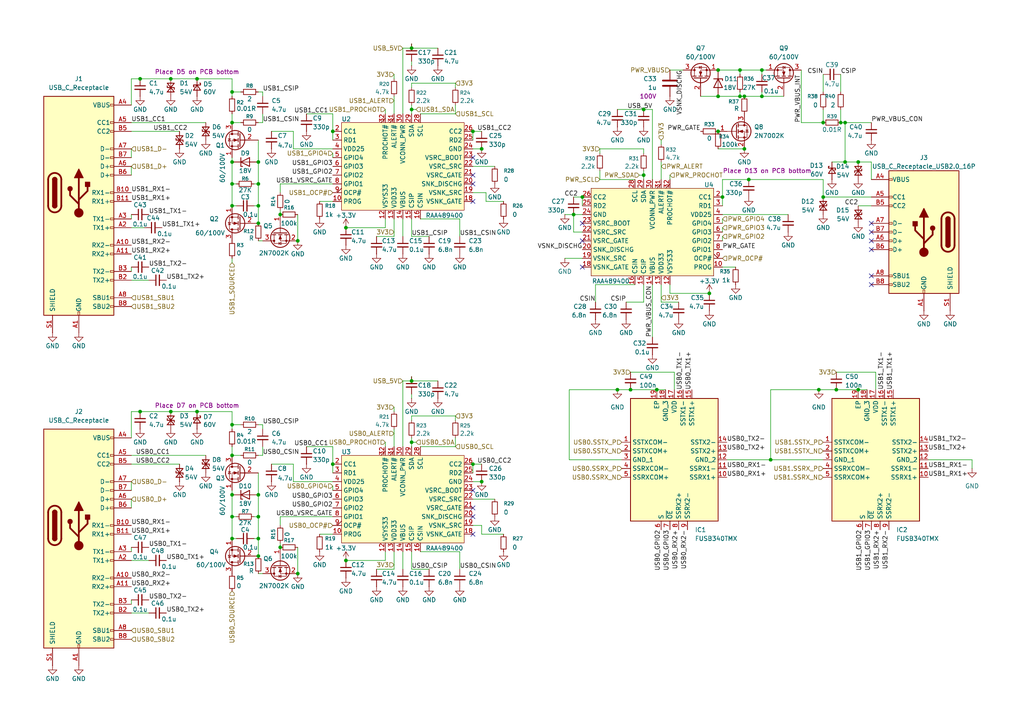
<source format=kicad_sch>
(kicad_sch (version 20250114) (generator "eeschema") (generator_version "9.0")
  (paper "A4")
  (junction (at 168.91 57.15))
  (junction (at 137.16 134.62))
  (junction (at 74.93 64.77))
  (junction (at 74.93 59.69))
  (junction (at 248.92 113.03))
  (junction (at 214.63 20.32))
  (junction (at 208.28 27.94))
  (junction (at 119.38 128.27))
  (junction (at 67.31 59.69))
  (junction (at 100.33 162.56))
  (junction (at 119.38 31.75))
  (junction (at 245.11 35.56))
  (junction (at 208.28 20.32))
  (junction (at 186.69 50.8))
  (junction (at 49.53 22.86))
  (junction (at 96.52 134.62))
  (junction (at 220.98 27.94))
  (junction (at 137.16 38.1))
  (junction (at 139.7 139.7))
  (junction (at 67.31 143.51))
  (junction (at 190.5 113.03))
  (junction (at 179.07 113.03))
  (junction (at 217.17 52.07))
  (junction (at 74.93 143.51))
  (junction (at 40.64 22.86))
  (junction (at 57.15 119.38))
  (junction (at 215.9 27.94))
  (junction (at 67.31 123.19))
  (junction (at 119.38 13.97))
  (junction (at 237.49 113.03))
  (junction (at 40.64 119.38))
  (junction (at 100.33 66.04))
  (junction (at 139.7 43.18))
  (junction (at 74.93 149.86))
  (junction (at 67.31 26.67))
  (junction (at 57.15 22.86))
  (junction (at 67.31 132.08))
  (junction (at 119.38 110.49))
  (junction (at 238.76 35.56))
  (junction (at 49.53 119.38))
  (junction (at 182.88 113.03))
  (junction (at 86.36 166.37))
  (junction (at 74.93 46.99))
  (junction (at 67.31 53.34))
  (junction (at 238.76 57.15))
  (junction (at 166.37 62.23))
  (junction (at 96.52 38.1))
  (junction (at 205.74 85.09))
  (junction (at 67.31 35.56))
  (junction (at 215.9 43.18))
  (junction (at 242.57 113.03))
  (junction (at 81.28 62.23))
  (junction (at 74.93 156.21))
  (junction (at 220.98 20.32))
  (junction (at 214.63 27.94))
  (junction (at 248.92 46.99))
  (junction (at 186.69 31.75))
  (junction (at 74.93 161.29))
  (junction (at 67.31 46.99))
  (junction (at 209.55 57.15))
  (junction (at 86.36 69.85))
  (junction (at 74.93 53.34))
  (junction (at 67.31 156.21))
  (junction (at 243.84 35.56))
  (junction (at 208.28 38.1))
  (junction (at 245.11 46.99))
  (junction (at 81.28 158.75))
  (junction (at 223.52 133.35))
  (junction (at 67.31 149.86))
  (no_connect (at 252.73 72.39))
  (no_connect (at 137.16 45.72))
  (no_connect (at 137.16 58.42))
  (no_connect (at 168.91 77.47))
  (no_connect (at 137.16 149.86))
  (no_connect (at 137.16 53.34))
  (no_connect (at 252.73 67.31))
  (no_connect (at 168.91 64.77))
  (no_connect (at 252.73 64.77))
  (no_connect (at 252.73 69.85))
  (no_connect (at 137.16 147.32))
  (no_connect (at 168.91 69.85))
  (no_connect (at 137.16 142.24))
  (no_connect (at 137.16 154.94))
  (no_connect (at 137.16 50.8))
  (no_connect (at 252.73 80.01))
  (no_connect (at 252.73 82.55))
  (wire (pts (xy 208.28 27.94) (xy 203.2 27.94)))
  (wire (pts (xy 38.1 119.38) (xy 40.64 119.38)))
  (wire (pts (xy 114.3 124.46) (xy 114.3 129.54)))
  (wire (pts (xy 76.2 132.08) (xy 74.93 132.08)))
  (wire (pts (xy 137.16 48.26) (xy 143.51 48.26)))
  (wire (pts (xy 242.57 107.95) (xy 254 107.95)))
  (wire (pts (xy 132.08 127) (xy 132.08 129.54)))
  (wire (pts (xy 96.52 140.97) (xy 96.52 142.24)))
  (wire (pts (xy 189.23 82.55) (xy 189.23 97.79)))
  (wire (pts (xy 109.22 68.58) (xy 114.3 68.58)))
  (wire (pts (xy 38.1 43.18) (xy 38.1 45.72)))
  (wire (pts (xy 119.38 110.49) (xy 127 110.49)))
  (wire (pts (xy 220.98 20.32) (xy 222.25 20.32)))
  (wire (pts (xy 186.69 43.18) (xy 173.99 43.18)))
  (wire (pts (xy 74.93 46.99) (xy 74.93 53.34)))
  (wire (pts (xy 67.31 129.54) (xy 67.31 132.08)))
  (wire (pts (xy 38.1 22.86) (xy 40.64 22.86)))
  (wire (pts (xy 74.93 161.29) (xy 74.93 156.21)))
  (wire (pts (xy 119.38 127) (xy 119.38 128.27)))
  (wire (pts (xy 38.1 162.56) (xy 43.18 162.56)))
  (wire (pts (xy 76.2 26.67) (xy 76.2 27.94)))
  (wire (pts (xy 38.1 22.86) (xy 38.1 30.48)))
  (wire (pts (xy 132.08 120.65) (xy 132.08 121.92)))
  (wire (pts (xy 119.38 120.65) (xy 132.08 120.65)))
  (wire (pts (xy 67.31 124.46) (xy 67.31 123.19)))
  (wire (pts (xy 38.1 81.28) (xy 43.18 81.28)))
  (wire (pts (xy 67.31 53.34) (xy 68.58 53.34)))
  (wire (pts (xy 96.52 134.62) (xy 96.52 137.16)))
  (wire (pts (xy 245.11 35.56) (xy 245.11 46.99)))
  (wire (pts (xy 140.97 58.42) (xy 140.97 55.88)))
  (wire (pts (xy 252.73 57.15) (xy 238.76 57.15)))
  (wire (pts (xy 139.7 154.94) (xy 146.05 154.94)))
  (wire (pts (xy 209.55 66.04) (xy 209.55 67.31)))
  (wire (pts (xy 137.16 134.62) (xy 139.7 134.62)))
  (wire (pts (xy 86.36 158.75) (xy 86.36 166.37)))
  (wire (pts (xy 74.93 46.99) (xy 74.93 40.64)))
  (wire (pts (xy 119.38 24.13) (xy 119.38 25.4)))
  (wire (pts (xy 57.15 22.86) (xy 67.31 22.86)))
  (wire (pts (xy 76.2 123.19) (xy 76.2 124.46)))
  (wire (pts (xy 168.91 62.23) (xy 166.37 62.23)))
  (wire (pts (xy 238.76 35.56) (xy 232.41 35.56)))
  (wire (pts (xy 114.3 27.94) (xy 114.3 33.02)))
  (wire (pts (xy 132.08 33.02) (xy 121.92 33.02)))
  (wire (pts (xy 69.85 123.19) (xy 67.31 123.19)))
  (wire (pts (xy 116.84 13.97) (xy 116.84 33.02)))
  (wire (pts (xy 88.9 129.54) (xy 96.52 129.54)))
  (wire (pts (xy 40.64 22.86) (xy 49.53 22.86)))
  (wire (pts (xy 119.38 68.58) (xy 124.46 68.58)))
  (wire (pts (xy 137.16 38.1) (xy 137.16 40.64)))
  (wire (pts (xy 245.11 35.56) (xy 243.84 35.56)))
  (wire (pts (xy 208.28 20.32) (xy 214.63 20.32)))
  (wire (pts (xy 133.35 165.1) (xy 133.35 160.02)))
  (wire (pts (xy 245.11 35.56) (xy 252.73 35.56)))
  (wire (pts (xy 137.16 134.62) (xy 137.16 137.16)))
  (wire (pts (xy 81.28 149.86) (xy 81.28 152.4)))
  (wire (pts (xy 182.88 107.95) (xy 195.58 107.95)))
  (wire (pts (xy 74.93 64.77) (xy 74.93 59.69)))
  (wire (pts (xy 116.84 160.02) (xy 116.84 165.1)))
  (wire (pts (xy 116.84 110.49) (xy 119.38 110.49)))
  (wire (pts (xy 281.94 133.35) (xy 281.94 135.89)))
  (wire (pts (xy 67.31 53.34) (xy 67.31 46.99)))
  (wire (pts (xy 88.9 33.02) (xy 96.52 33.02)))
  (wire (pts (xy 38.1 35.56) (xy 59.69 35.56)))
  (wire (pts (xy 38.1 66.04) (xy 41.91 66.04)))
  (wire (pts (xy 172.72 82.55) (xy 184.15 82.55)))
  (wire (pts (xy 67.31 33.02) (xy 67.31 35.56)))
  (wire (pts (xy 248.92 113.03) (xy 242.57 113.03)))
  (wire (pts (xy 215.9 27.94) (xy 220.98 27.94)))
  (wire (pts (xy 81.28 149.86) (xy 96.52 149.86)))
  (wire (pts (xy 119.38 33.02) (xy 119.38 31.75)))
  (wire (pts (xy 186.69 49.53) (xy 186.69 50.8)))
  (wire (pts (xy 137.16 38.1) (xy 139.7 38.1)))
  (wire (pts (xy 119.38 13.97) (xy 127 13.97)))
  (wire (pts (xy 168.91 67.31) (xy 166.37 67.31)))
  (wire (pts (xy 243.84 21.59) (xy 243.84 26.67)))
  (wire (pts (xy 173.99 43.18) (xy 173.99 44.45)))
  (wire (pts (xy 210.82 133.35) (xy 223.52 133.35)))
  (wire (pts (xy 38.1 144.78) (xy 38.1 147.32)))
  (wire (pts (xy 85.09 134.62) (xy 85.09 139.7)))
  (wire (pts (xy 76.2 26.67) (xy 74.93 26.67)))
  (wire (pts (xy 163.83 74.93) (xy 168.91 74.93)))
  (wire (pts (xy 252.73 46.99) (xy 248.92 46.99)))
  (wire (pts (xy 186.69 52.07) (xy 186.69 50.8)))
  (wire (pts (xy 251.46 113.03) (xy 248.92 113.03)))
  (wire (pts (xy 111.76 66.04) (xy 111.76 63.5)))
  (wire (pts (xy 220.98 20.32) (xy 220.98 21.59)))
  (wire (pts (xy 181.61 87.63) (xy 186.69 87.63)))
  (wire (pts (xy 194.31 50.8) (xy 194.31 52.07)))
  (wire (pts (xy 165.1 133.35) (xy 180.34 133.35)))
  (wire (pts (xy 67.31 76.2) (xy 67.31 74.93)))
  (wire (pts (xy 119.38 110.49) (xy 119.38 109.22)))
  (wire (pts (xy 73.66 59.69) (xy 74.93 59.69)))
  (wire (pts (xy 245.11 46.99) (xy 241.3 46.99)))
  (wire (pts (xy 38.1 132.08) (xy 59.69 132.08)))
  (wire (pts (xy 119.38 120.65) (xy 119.38 121.92)))
  (wire (pts (xy 140.97 55.88) (xy 137.16 55.88)))
  (wire (pts (xy 96.52 44.45) (xy 96.52 45.72)))
  (wire (pts (xy 40.64 119.38) (xy 49.53 119.38)))
  (wire (pts (xy 186.69 87.63) (xy 186.69 82.55)))
  (wire (pts (xy 114.3 68.58) (xy 114.3 63.5)))
  (wire (pts (xy 214.63 20.32) (xy 214.63 21.59)))
  (wire (pts (xy 132.08 24.13) (xy 132.08 25.4)))
  (wire (pts (xy 119.38 165.1) (xy 124.46 165.1)))
  (wire (pts (xy 193.04 113.03) (xy 190.5 113.03)))
  (wire (pts (xy 67.31 156.21) (xy 68.58 156.21)))
  (wire (pts (xy 38.1 158.75) (xy 38.1 160.02)))
  (wire (pts (xy 119.38 165.1) (xy 119.38 160.02)))
  (wire (pts (xy 139.7 154.94) (xy 139.7 152.4)))
  (wire (pts (xy 209.55 57.15) (xy 209.55 52.07)))
  (wire (pts (xy 74.93 166.37) (xy 76.2 166.37)))
  (wire (pts (xy 140.97 58.42) (xy 146.05 58.42)))
  (wire (pts (xy 238.76 52.07) (xy 217.17 52.07)))
  (wire (pts (xy 173.99 49.53) (xy 173.99 52.07)))
  (wire (pts (xy 67.31 119.38) (xy 67.31 123.19)))
  (wire (pts (xy 139.7 152.4) (xy 137.16 152.4)))
  (wire (pts (xy 38.1 177.8) (xy 43.18 177.8)))
  (wire (pts (xy 191.77 46.99) (xy 191.77 52.07)))
  (wire (pts (xy 209.55 63.5) (xy 209.55 64.77)))
  (wire (pts (xy 67.31 27.94) (xy 67.31 26.67)))
  (wire (pts (xy 114.3 21.59) (xy 114.3 22.86)))
  (wire (pts (xy 119.38 30.48) (xy 119.38 31.75)))
  (wire (pts (xy 38.1 62.23) (xy 38.1 63.5)))
  (wire (pts (xy 74.93 69.85) (xy 76.2 69.85)))
  (wire (pts (xy 96.52 38.1) (xy 96.52 40.64)))
  (wire (pts (xy 67.31 59.69) (xy 68.58 59.69)))
  (wire (pts (xy 116.84 13.97) (xy 119.38 13.97)))
  (wire (pts (xy 252.73 52.07) (xy 252.73 46.99)))
  (wire (pts (xy 133.35 68.58) (xy 133.35 63.5)))
  (wire (pts (xy 119.38 68.58) (xy 119.38 63.5)))
  (wire (pts (xy 243.84 31.75) (xy 243.84 35.56)))
  (wire (pts (xy 172.72 87.63) (xy 172.72 82.55)))
  (wire (pts (xy 100.33 162.56) (xy 111.76 162.56)))
  (wire (pts (xy 38.1 48.26) (xy 38.1 50.8)))
  (wire (pts (xy 195.58 107.95) (xy 195.58 113.03)))
  (wire (pts (xy 38.1 38.1) (xy 52.07 38.1)))
  (wire (pts (xy 191.77 40.64) (xy 191.77 41.91)))
  (wire (pts (xy 168.91 57.15) (xy 168.91 59.69)))
  (wire (pts (xy 248.92 46.99) (xy 245.11 46.99)))
  (wire (pts (xy 74.93 149.86) (xy 73.66 149.86)))
  (wire (pts (xy 38.1 134.62) (xy 52.07 134.62)))
  (wire (pts (xy 74.93 143.51) (xy 74.93 137.16)))
  (wire (pts (xy 96.52 129.54) (xy 96.52 134.62)))
  (wire (pts (xy 133.35 160.02) (xy 121.92 160.02)))
  (wire (pts (xy 208.28 27.94) (xy 214.63 27.94)))
  (wire (pts (xy 74.93 143.51) (xy 74.93 149.86)))
  (wire (pts (xy 186.69 43.18) (xy 186.69 44.45)))
  (wire (pts (xy 38.1 78.74) (xy 38.1 77.47)))
  (wire (pts (xy 69.85 26.67) (xy 67.31 26.67)))
  (wire (pts (xy 85.09 43.18) (xy 96.52 43.18)))
  (wire (pts (xy 196.85 87.63) (xy 191.77 87.63)))
  (wire (pts (xy 198.12 20.32) (xy 194.31 20.32)))
  (wire (pts (xy 38.1 119.38) (xy 38.1 127)))
  (wire (pts (xy 114.3 118.11) (xy 114.3 119.38)))
  (wire (pts (xy 238.76 21.59) (xy 238.76 26.67)))
  (wire (pts (xy 237.49 113.03) (xy 223.52 113.03)))
  (wire (pts (xy 111.76 31.75) (xy 111.76 33.02)))
  (wire (pts (xy 81.28 60.96) (xy 81.28 62.23)))
  (wire (pts (xy 166.37 62.23) (xy 166.37 67.31)))
  (wire (pts (xy 76.2 33.02) (xy 76.2 35.56)))
  (wire (pts (xy 163.83 62.23) (xy 166.37 62.23)))
  (wire (pts (xy 242.57 113.03) (xy 237.49 113.03)))
  (wire (pts (xy 111.76 162.56) (xy 111.76 160.02)))
  (wire (pts (xy 119.38 13.97) (xy 119.38 12.7)))
  (wire (pts (xy 78.74 134.62) (xy 85.09 134.62)))
  (wire (pts (xy 137.16 144.78) (xy 143.51 144.78)))
  (wire (pts (xy 214.63 27.94) (xy 215.9 27.94)))
  (wire (pts (xy 67.31 149.86) (xy 68.58 149.86)))
  (wire (pts (xy 67.31 22.86) (xy 67.31 26.67)))
  (wire (pts (xy 69.85 35.56) (xy 67.31 35.56)))
  (wire (pts (xy 76.2 35.56) (xy 74.93 35.56)))
  (wire (pts (xy 209.55 57.15) (xy 209.55 59.69)))
  (wire (pts (xy 205.74 85.09) (xy 194.31 85.09)))
  (wire (pts (xy 85.09 139.7) (xy 96.52 139.7)))
  (wire (pts (xy 269.24 133.35) (xy 281.94 133.35)))
  (wire (pts (xy 109.22 165.1) (xy 114.3 165.1)))
  (wire (pts (xy 220.98 26.67) (xy 220.98 27.94)))
  (wire (pts (xy 120.65 128.27) (xy 119.38 128.27)))
  (wire (pts (xy 137.16 139.7) (xy 139.7 139.7)))
  (wire (pts (xy 209.55 52.07) (xy 217.17 52.07)))
  (wire (pts (xy 92.71 154.94) (xy 96.52 154.94)))
  (wire (pts (xy 191.77 87.63) (xy 191.77 82.55)))
  (wire (pts (xy 189.23 31.75) (xy 186.69 31.75)))
  (wire (pts (xy 81.28 53.34) (xy 81.28 55.88)))
  (wire (pts (xy 38.1 139.7) (xy 38.1 142.24)))
  (wire (pts (xy 208.28 43.18) (xy 215.9 43.18)))
  (wire (pts (xy 254 107.95) (xy 254 113.03)))
  (wire (pts (xy 86.36 62.23) (xy 86.36 69.85)))
  (wire (pts (xy 223.52 113.03) (xy 223.52 133.35)))
  (wire (pts (xy 74.93 53.34) (xy 73.66 53.34)))
  (wire (pts (xy 96.52 33.02) (xy 96.52 38.1)))
  (wire (pts (xy 209.55 68.58) (xy 209.55 69.85)))
  (wire (pts (xy 168.91 57.15) (xy 166.37 57.15)))
  (wire (pts (xy 69.85 132.08) (xy 67.31 132.08)))
  (wire (pts (xy 214.63 20.32) (xy 220.98 20.32)))
  (wire (pts (xy 132.08 129.54) (xy 121.92 129.54)))
  (wire (pts (xy 120.65 31.75) (xy 119.38 31.75)))
  (wire (pts (xy 179.07 113.03) (xy 165.1 113.03)))
  (wire (pts (xy 92.71 58.42) (xy 96.52 58.42)))
  (wire (pts (xy 57.15 22.86) (xy 49.53 22.86)))
  (wire (pts (xy 119.38 129.54) (xy 119.38 128.27)))
  (wire (pts (xy 213.36 77.47) (xy 209.55 77.47)))
  (wire (pts (xy 182.88 113.03) (xy 179.07 113.03)))
  (wire (pts (xy 189.23 31.75) (xy 189.23 52.07)))
  (wire (pts (xy 111.76 128.27) (xy 111.76 129.54)))
  (wire (pts (xy 78.74 38.1) (xy 85.09 38.1)))
  (wire (pts (xy 73.66 156.21) (xy 74.93 156.21)))
  (wire (pts (xy 194.31 85.09) (xy 194.31 82.55)))
  (wire (pts (xy 100.33 66.04) (xy 111.76 66.04)))
  (wire (pts (xy 173.99 52.07) (xy 184.15 52.07)))
  (wire (pts (xy 67.31 156.21) (xy 67.31 149.86)))
  (wire (pts (xy 238.76 57.15) (xy 238.76 52.07)))
  (wire (pts (xy 81.28 157.48) (xy 81.28 158.75)))
  (wire (pts (xy 228.6 62.23) (xy 209.55 62.23)))
  (wire (pts (xy 81.28 53.34) (xy 96.52 53.34)))
  (wire (pts (xy 67.31 149.86) (xy 67.31 143.51)))
  (wire (pts (xy 185.42 50.8) (xy 186.69 50.8)))
  (wire (pts (xy 57.15 119.38) (xy 49.53 119.38)))
  (wire (pts (xy 74.93 53.34) (xy 74.93 59.69)))
  (wire (pts (xy 238.76 31.75) (xy 238.76 35.56)))
  (wire (pts (xy 116.84 110.49) (xy 116.84 129.54)))
  (wire (pts (xy 57.15 119.38) (xy 67.31 119.38)))
  (wire (pts (xy 190.5 113.03) (xy 182.88 113.03)))
  (wire (pts (xy 132.08 30.48) (xy 132.08 33.02)))
  (wire (pts (xy 85.09 38.1) (xy 85.09 43.18)))
  (wire (pts (xy 38.1 173.99) (xy 38.1 175.26)))
  (wire (pts (xy 232.41 20.32) (xy 232.41 35.56)))
  (wire (pts (xy 186.69 31.75) (xy 179.07 31.75)))
  (wire (pts (xy 119.38 24.13) (xy 132.08 24.13)))
  (wire (pts (xy 67.31 59.69) (xy 67.31 53.34)))
  (wire (pts (xy 116.84 63.5) (xy 116.84 68.58)))
  (wire (pts (xy 220.98 27.94) (xy 227.33 27.94)))
  (wire (pts (xy 67.31 46.99) (xy 67.31 45.72)))
  (wire (pts (xy 133.35 63.5) (xy 121.92 63.5)))
  (wire (pts (xy 119.38 115.57) (xy 119.38 114.3)))
  (wire (pts (xy 252.73 59.69) (xy 248.92 59.69)))
  (wire (pts (xy 76.2 123.19) (xy 74.93 123.19)))
  (wire (pts (xy 76.2 129.54) (xy 76.2 132.08)))
  (wire (pts (xy 119.38 19.05) (xy 119.38 17.78)))
  (wire (pts (xy 223.52 133.35) (xy 238.76 133.35)))
  (wire (pts (xy 214.63 27.94) (xy 214.63 26.67)))
  (wire (pts (xy 114.3 165.1) (xy 114.3 160.02)))
  (wire (pts (xy 67.31 143.51) (xy 67.31 142.24)))
  (wire (pts (xy 74.93 149.86) (xy 74.93 156.21)))
  (wire (pts (xy 137.16 43.18) (xy 139.7 43.18)))
  (wire (pts (xy 165.1 113.03) (xy 165.1 133.35)))
  (label "USB1_CSIN" (at 133.35 68.58 0))
  (label "VSNK_DISCHG" (at 168.91 72.39 180))
  (label "USB1_RX1-" (at 269.24 135.89 0))
  (label "VSNK_DISCHG" (at 198.12 20.32 270))
  (label "USB1_GPIO3" (at 252.73 153.67 270))
  (label "USB0_CSIP" (at 119.38 165.1 0))
  (label "USB0_CC2" (at 39.37 134.62 0))
  (label "CC2" (at 167.64 57.15 180))
  (label "USB1_VSRC_GATE" (at 96.52 53.34 180))
  (label "USB1_TX2+" (at 48.26 81.28 0))
  (label "USB0_TX1+" (at 48.26 162.56 0))
  (label "PWR_VBUS_CON" (at 252.73 35.56 0))
  (label "USB1_TX2+" (at 269.24 130.81 0))
  (label "USB1_RX2+" (at 38.1 73.66 0))
  (label "USB0_TX2-" (at 43.18 173.99 0))
  (label "USB0_RX2-" (at 199.39 153.67 270))
  (label "USB1_CC1" (at 95.25 33.02 180))
  (label "USB1_RX1-" (at 38.1 55.88 0))
  (label "CSIN" (at 172.72 87.63 180))
  (label "USB1_RX2-" (at 38.1 71.12 0))
  (label "USB1_RX2+" (at 255.27 153.67 270))
  (label "USB0_RX1+" (at 210.82 138.43 0))
  (label "PWR_GATE" (at 209.55 72.39 0))
  (label "USB0_RX1-" (at 210.82 135.89 0))
  (label "USB1_RX1+" (at 269.24 138.43 0))
  (label "PWR_GATE" (at 203.2 38.1 180))
  (label "USB0_CSIP" (at 76.2 123.19 0))
  (label "CC2" (at 248.92 59.69 180))
  (label "USB0_GPIO3" (at 96.52 144.78 180))
  (label "USB1_CC1" (at 38.1 35.56 0))
  (label "USB1_TX2-" (at 269.24 128.27 0))
  (label "USB0_RX2+" (at 196.85 153.67 270))
  (label "USB0_TX2-" (at 210.82 128.27 0))
  (label "USB0_GPIO2" (at 191.77 153.67 270))
  (label "USB0_VSRC_GATE" (at 96.52 149.86 180))
  (label "USB1_CC2" (at 138.43 38.1 0))
  (label "USB0_TX1-" (at 43.18 158.75 0))
  (label "PWR_VBUS_INT" (at 232.41 35.56 90))
  (label "USB1_CSIN" (at 76.2 35.56 0))
  (label "USB1_TX1+" (at 46.99 66.04 0))
  (label "USB0_TX2+" (at 210.82 130.81 0))
  (label "CSIN" (at 238.76 21.59 180))
  (label "USB1_TX1-" (at 256.54 113.03 90))
  (label "USB1_CC2" (at 44.45 38.1 0))
  (label "USB0_GPIO2" (at 96.52 147.32 180))
  (label "CSIP" (at 181.61 87.63 180))
  (label "USB1_GPIO2" (at 250.19 153.67 270))
  (label "USB0_CC1" (at 95.25 129.54 180))
  (label "USB0_RX2-" (at 38.1 167.64 0))
  (label "USB0_TX1-" (at 198.12 113.03 90))
  (label "USB1_CSIP" (at 76.2 26.67 0))
  (label "CSIP" (at 243.84 21.59 0))
  (label "USB0_CSIN" (at 76.2 132.08 0))
  (label "USB1_TX1-" (at 43.18 62.23 0))
  (label "USB1_CSIP" (at 119.38 68.58 0))
  (label "USB0_TX1+" (at 200.66 113.03 90))
  (label "USB0_CC1" (at 39.37 132.08 0))
  (label "USB0_CSIN" (at 133.35 165.1 0))
  (label "USB0_CC2" (at 138.43 134.62 0))
  (label "USB_5V" (at 189.23 31.75 180))
  (label "USB1_GPIO3" (at 96.52 48.26 180))
  (label "USB1_RX2-" (at 257.81 153.67 270))
  (label "USB1_GPIO2" (at 96.52 50.8 180))
  (label "USB1_TX2-" (at 43.18 77.47 0))
  (label "USB1_TX1+" (at 259.08 113.03 90))
  (label "USB0_GPIO3" (at 194.31 153.67 270))
  (label "USB0_RX2+" (at 38.1 170.18 0))
  (label "USB0_RX1+" (at 38.1 154.94 0))
  (label "USB0_RX1-" (at 38.1 152.4 0))
  (label "USB0_TX2+" (at 48.26 177.8 0))
  (label "PWR_VBUS_CON" (at 189.23 97.79 90))
  (label "USB1_RX1+" (at 38.1 58.42 0))
  (hierarchical_label "USB1.SSTX_P" (shape input) (at 238.76 128.27 180))
  (hierarchical_label "USB1.SSRX_P" (shape input) (at 238.76 135.89 180))
  (hierarchical_label "3V3" (shape input) (at 182.88 107.95 180))
  (hierarchical_label "PWR_SDA" (shape input) (at 185.42 50.8 180))
  (hierarchical_label "USB1_PROCHOT" (shape input) (at 111.76 31.75 180))
  (hierarchical_label "USB1.SSTX_N" (shape input) (at 238.76 130.81 180))
  (hierarchical_label "3V3" (shape input) (at 191.77 86.36 0))
  (hierarchical_label "USB_5V" (shape input) (at 116.84 110.49 180))
  (hierarchical_label "USB1_SBU1" (shape input) (at 38.1 86.36 0))
  (hierarchical_label "USB1_SBU2" (shape input) (at 38.1 88.9 0))
  (hierarchical_label "USB0_D+" (shape input) (at 38.1 144.78 0))
  (hierarchical_label "PWR_ALERT" (shape input) (at 191.77 48.26 0))
  (hierarchical_label "USB1_D+" (shape input) (at 38.1 48.26 0))
  (hierarchical_label "USB1_SDA" (shape input) (at 120.65 31.75 0))
  (hierarchical_label "USB0.SSTX_P" (shape input) (at 180.34 128.27 180))
  (hierarchical_label "USB0.SSTX_N" (shape input) (at 180.34 130.81 180))
  (hierarchical_label "USB0.SSRX_N" (shape input) (at 180.34 138.43 180))
  (hierarchical_label "USB0.SSRX_P" (shape input) (at 180.34 135.89 180))
  (hierarchical_label "PWR_GPIO4" (shape input) (at 209.55 63.5 0))
  (hierarchical_label "3V3" (shape input) (at 114.3 118.11 180))
  (hierarchical_label "USB1_OCP#" (shape input) (at 96.52 55.88 180))
  (hierarchical_label "USB0_SDA" (shape input) (at 120.65 128.27 0))
  (hierarchical_label "PWR_GPIO2" (shape input) (at 209.55 68.58 0))
  (hierarchical_label "USB0_SBU2" (shape input) (at 38.1 185.42 0))
  (hierarchical_label "3V3" (shape input) (at 114.3 67.31 180))
  (hierarchical_label "PWR_SCL" (shape input) (at 173.99 52.07 180))
  (hierarchical_label "PWR_GPIO3" (shape input) (at 209.55 66.04 0))
  (hierarchical_label "3V3" (shape input) (at 132.08 24.13 0))
  (hierarchical_label "USB0_GPIO4" (shape input) (at 96.52 140.97 180))
  (hierarchical_label "USB1_SCL" (shape input) (at 132.08 33.02 0))
  (hierarchical_label "3V3" (shape input) (at 173.99 43.18 180))
  (hierarchical_label "3V3" (shape input) (at 191.77 40.64 90))
  (hierarchical_label "USB0_SCL" (shape input) (at 132.08 129.54 0))
  (hierarchical_label "USB1_GPIO4" (shape input) (at 96.52 44.45 180))
  (hierarchical_label "USB0_D-" (shape input) (at 38.1 139.7 0))
  (hierarchical_label "PWR_PROCHOT" (shape input) (at 194.31 50.8 0))
  (hierarchical_label "3V3" (shape input) (at 114.3 163.83 180))
  (hierarchical_label "3V3" (shape input) (at 132.08 120.65 0))
  (hierarchical_label "USB1_ALERT" (shape input) (at 114.3 29.21 180))
  (hierarchical_label "USB1_SOURCE" (shape input) (at 67.31 76.2 270))
  (hierarchical_label "3V3" (shape input) (at 114.3 21.59 180))
  (hierarchical_label "USB0_SBU1" (shape input) (at 38.1 182.88 0))
  (hierarchical_label "USB0_ALERT" (shape input) (at 114.3 125.73 180))
  (hierarchical_label "PWR_VBUS" (shape input) (at 194.31 20.32 180))
  (hierarchical_label "USB0_OCP#" (shape input) (at 96.52 152.4 180))
  (hierarchical_label "USB1_D-" (shape input) (at 38.1 43.18 0))
  (hierarchical_label "USB0_SOURCE" (shape input) (at 67.31 171.45 270))
  (hierarchical_label "USB1.SSRX_N" (shape input) (at 238.76 138.43 180))
  (hierarchical_label "PWR_OCP#" (shape input) (at 209.55 74.93 0))
  (hierarchical_label "USB0_PROCHOT" (shape input) (at 111.76 128.27 180))
  (hierarchical_label "3V3" (shape input) (at 242.57 107.95 180))
  (hierarchical_label "USB_5V" (shape input) (at 116.84 13.97 180))
  (symbol (lib_id "power:GND") (at 241.3 52.07 0) (mirror y) (unit 1)
    (property "Reference" "#PWR062" (effects (hide yes)))
    (property "Value" "GND" (at 241.3 55.88 0))
    (property "Description" "Power symbol creates a global label with name \"GND\" , ground" (effects (hide yes)))
  )
  (symbol (lib_id "Device:C_Small") (at 76.2 127 0) (unit 1)
    (property "Reference" "C6" (at 78.74 125.7362 0) (effects (justify left)))
    (property "Value" "4.7u" (at 78.74 128.2762 0) (effects (justify left)))
    (property "Footprint" "Capacitor_SMD:C_0402_1005Metric" (effects (hide yes)))
    (property "Description" "Unpolarized capacitor, small symbol" (effects (hide yes)))
    (property "Voltage" "16V" (effects (hide yes)))
    (property "Dialectric" "X5R" (effects (hide yes)))
  )
  (symbol (lib_id "power:GND") (at 78.74 139.7 0) (unit 1)
    (property "Reference" "#PWR017" (effects (hide yes)))
    (property "Value" "GND" (at 78.74 143.51 0))
    (property "Description" "Power symbol creates a global label with name \"GND\" , ground" (effects (hide yes)))
  )
  (symbol (lib_id "power:GND") (at 59.69 137.16 0) (unit 1)
    (property "Reference" "#PWR015" (effects (hide yes)))
    (property "Value" "GND" (at 59.69 140.97 0))
    (property "Description" "Power symbol creates a global label with name \"GND\" , ground" (effects (hide yes)))
  )
  (symbol (lib_id "power:GND") (at 22.86 96.52 0) (unit 1)
    (property "Reference" "#PWR04" (effects (hide yes)))
    (property "Value" "GND" (at 22.86 100.33 0))
    (property "Description" "Power symbol creates a global label with name \"GND\" , ground" (effects (hide yes)))
  )
  (symbol (lib_id "Device:C_Small") (at 100.33 68.58 0) (unit 1)
    (property "Reference" "C11" (at 101.854 67.31 0) (effects (justify left)))
    (property "Value" "4.7u" (at 101.854 69.85 0) (effects (justify left)))
    (property "Footprint" "Capacitor_SMD:C_0402_1005Metric" (effects (hide yes)))
    (property "Description" "Unpolarized capacitor, small symbol" (effects (hide yes)))
    (property "Voltage" "10VDC" (effects (hide yes)))
  )
  (symbol (lib_id "power:GND") (at 15.24 193.04 0) (unit 1)
    (property "Reference" "#PWR03" (effects (hide yes)))
    (property "Value" "GND" (at 15.24 196.85 0))
    (property "Description" "Power symbol creates a global label with name \"GND\" , ground" (effects (hide yes)))
  )
  (symbol (lib_id "Device:R_Small") (at 74.93 67.31 0) (mirror y) (unit 1)
    (property "Reference" "R12" (at 73.66 67.056 0) (effects (font (size 1.016 1.016)) (justify left)))
    (property "Value" "R" (at 73.66 69.088 0) (effects (justify left)))
    (property "Footprint" "Resistor_SMD:R_0603_1608Metric" (effects (hide yes)))
    (property "Description" "Resistor, small symbol" (effects (hide yes)))
  )
  (symbol (lib_id "power:GND") (at 217.17 57.15 0) (mirror y) (unit 1)
    (property "Reference" "#PWR059" (effects (hide yes)))
    (property "Value" "GND" (at 217.17 60.96 0))
    (property "Description" "Power symbol creates a global label with name \"GND\" , ground" (effects (hide yes)))
  )
  (symbol (lib_id "power:GND") (at 100.33 167.64 0) (unit 1)
    (property "Reference" "#PWR027" (effects (hide yes)))
    (property "Value" "GND" (at 100.33 171.45 0))
    (property "Description" "Power symbol creates a global label with name \"GND\" , ground" (effects (hide yes)))
  )
  (symbol (lib_id "power:GND") (at 57.15 27.94 0) (unit 1)
    (property "Reference" "#PWR012" (effects (hide yes)))
    (property "Value" "GND" (at 57.15 31.75 0))
    (property "Description" "Power symbol creates a global label with name \"GND\" , ground" (effects (hide yes)))
  )
  (symbol (lib_id "Transistor_FET:Q_NMOS_SGD") (at 69.85 161.29 180) (unit 1)
    (property "Reference" "Q4" (at 63.5 160.0199 0) (effects (justify left)))
    (property "Value" "60/100V" (at 65.532 163.83 0) (effects (justify left)))
    (property "Footprint" "parts:WDFNW8_3.3x3.3x0.75_0.65P" (effects (hide yes)))
    (property "Description" "N-MOSFET transistor, source/gate/drain" (effects (hide yes)))
    (property "Rds(on)" "<5m" (effects (hide yes)))
  )
  (symbol (lib_id "power:+3.3V") (at 100.33 162.56 0) (unit 1)
    (property "Reference" "#PWR026" (effects (hide yes)))
    (property "Value" "+3.3V" (at 100.33 159.004 0))
    (property "Description" "Power symbol creates a global label with name \"+3.3V\"" (effects (hide yes)))
  )
  (symbol (lib_id "Device:C_Small") (at 217.17 54.61 0) (mirror y) (unit 1)
    (property "Reference" "C36" (at 215.392 53.34 0) (effects (justify left)))
    (property "Value" "330p" (at 215.392 55.88 0) (effects (justify left)))
    (property "Footprint" "Capacitor_SMD:C_0402_1005Metric" (effects (hide yes)))
    (property "Description" "Unpolarized capacitor, small symbol" (effects (hide yes)))
    (property "Voltage" "50VDC" (effects (hide yes)))
  )
  (symbol (lib_id "Device:R_Small") (at 71.12 53.34 90) (mirror x) (unit 1)
    (property "Reference" "R6" (at 71.12 51.816 90) (effects (font (size 1.016 1.016))))
    (property "Value" "27K" (at 71.12 55.118 90))
    (property "Footprint" "Resistor_SMD:R_0603_1608Metric" (effects (hide yes)))
    (property "Description" "Resistor, small symbol" (effects (hide yes)))
  )
  (symbol (lib_id "power:GND") (at 248.92 64.77 0) (mirror y) (unit 1)
    (property "Reference" "#PWR064" (effects (hide yes)))
    (property "Value" "GND" (at 248.92 68.58 0))
    (property "Description" "Power symbol creates a global label with name \"GND\" , ground" (effects (hide yes)))
  )
  (symbol (lib_id "power:GND") (at 143.51 53.34 0) (unit 1)
    (property "Reference" "#PWR044" (effects (hide yes)))
    (property "Value" "GND" (at 143.51 57.15 0))
    (property "Description" "Power symbol creates a global label with name \"GND\" , ground" (effects (hide yes)))
  )
  (symbol (lib_id "power:GND") (at 119.38 115.57 0) (unit 1)
    (property "Reference" "#PWR033" (effects (hide yes)))
    (property "Value" "GND" (at 119.38 119.38 0))
    (property "Description" "Power symbol creates a global label with name \"GND\" , ground" (effects (hide yes)))
  )
  (symbol (lib_id "Device:D_TVS_Small") (at 49.53 121.92 90) (unit 1)
    (property "Reference" "D3" (at 52.07 120.6499 90) (effects (justify right)))
    (property "Value" "54V" (at 52.07 123.1899 90) (effects (justify right)))
    (property "Description" "Bidirectional transient-voltage-suppression diode, small symbol" (effects (hide yes)))
  )
  (symbol (lib_id "Device:C_Small") (at 45.72 81.28 90) (unit 1)
    (property "Reference" "C42" (at 45.72 78.486 90))
    (property "Value" "0.1u" (at 49.022 83.058 90))
    (property "Description" "Unpolarized capacitor, small symbol" (effects (hide yes)))
  )
  (symbol (lib_id "power:GND") (at 186.69 36.83 0) (mirror y) (unit 1)
    (property "Reference" "#PWR051" (effects (hide yes)))
    (property "Value" "GND" (at 186.69 40.64 0))
    (property "Description" "Power symbol creates a global label with name \"GND\" , ground" (effects (hide yes)))
  )
  (symbol (lib_id "Device:C_Small") (at 182.88 110.49 0) (unit 1)
    (property "Reference" "C49" (at 185.42 109.2262 0) (effects (justify left)))
    (property "Value" "100n" (at 185.42 111.7662 0) (effects (justify left)))
    (property "Description" "Unpolarized capacitor, small symbol" (effects (hide yes)))
  )
  (symbol (lib_id "Device:C_Small") (at 124.46 167.64 0) (unit 1)
    (property "Reference" "C20" (at 127 166.3762 0) (effects (justify left)))
    (property "Value" "6.8n" (at 127 168.9162 0) (effects (justify left)))
    (property "Footprint" "Capacitor_SMD:C_0603_1608Metric" (effects (hide yes)))
    (property "Description" "Unpolarized capacitor, small symbol" (effects (hide yes)))
    (property "Voltage" "100V" (effects (hide yes)))
  )
  (symbol (lib_id "Device:C_Small") (at 220.98 24.13 0) (unit 1)
    (property "Reference" "C37" (at 220.98 22.606 0) (effects (justify left)))
    (property "Value" "0.1u" (at 221.488 26.416 0) (effects (justify left)))
    (property "Footprint" "Capacitor_SMD:C_0603_1608Metric" (effects (hide yes)))
    (property "Description" "Unpolarized capacitor, small symbol" (effects (hide yes)))
  )
  (symbol (lib_id "Device:R_Small") (at 72.39 26.67 270) (unit 1)
    (property "Reference" "R8" (at 72.39 24.892 90) (effects (font (size 1.016 1.016))))
    (property "Value" "2" (at 72.39 28.702 90))
    (property "Footprint" "Resistor_SMD:R_0603_1608Metric" (effects (hide yes)))
    (property "Description" "Resistor, small symbol" (effects (hide yes)))
  )
  (symbol (lib_id "power:GND") (at 119.38 19.05 0) (unit 1)
    (property "Reference" "#PWR032" (effects (hide yes)))
    (property "Value" "GND" (at 119.38 22.86 0))
    (property "Description" "Power symbol creates a global label with name \"GND\" , ground" (effects (hide yes)))
  )
  (symbol (lib_id "power:GND") (at 237.49 113.03 0) (unit 1)
    (property "Reference" "#PWR069" (effects (hide yes)))
    (property "Value" "GND" (at 237.49 118.11 0))
    (property "Description" "Power symbol creates a global label with name \"GND\" , ground" (effects (hide yes)))
  )
  (symbol (lib_id "Device:D_TVS_Small") (at 49.53 25.4 90) (unit 1)
    (property "Reference" "D1" (at 52.07 24.1299 90) (effects (justify right)))
    (property "Value" "54V" (at 52.07 26.6699 90) (effects (justify right)))
    (property "Description" "Bidirectional transient-voltage-suppression diode, small symbol" (effects (hide yes)))
  )
  (symbol (lib_id "Device:D_Schottky_Small") (at 241.3 49.53 90) (mirror x) (unit 1)
    (property "Reference" "D13" (at 238.76 48.0059 90) (effects (justify left)))
    (property "Value" "60V" (at 238.76 50.5459 90) (effects (justify left)))
    (property "Footprint" "Diode_SMD:D_SMA" (effects (hide yes)))
    (property "Description" "Schottky diode, small symbol" (effects (hide yes)))
    (property "Notes" "Place ${REFERENCE} on PCB bottom" (at 222.504 49.53 90))
  )
  (symbol (lib_id "power:GND") (at 59.69 40.64 0) (unit 1)
    (property "Reference" "#PWR013" (effects (hide yes)))
    (property "Value" "GND" (at 59.69 44.45 0))
    (property "Description" "Power symbol creates a global label with name \"GND\" , ground" (effects (hide yes)))
  )
  (symbol (lib_id "Device:C_Small") (at 119.38 111.76 0) (unit 1)
    (property "Reference" "C18" (at 121.158 111.76 0) (effects (justify left)))
    (property "Value" "330p" (at 121.158 114.3 0) (effects (justify left)))
    (property "Footprint" "Capacitor_SMD:C_0402_1005Metric" (effects (hide yes)))
    (property "Description" "Unpolarized capacitor, small symbol" (effects (hide yes)))
    (property "Voltage" "10VDC" (effects (hide yes)))
  )
  (symbol (lib_id "power:GND") (at 124.46 170.18 0) (unit 1)
    (property "Reference" "#PWR035" (effects (hide yes)))
    (property "Value" "GND" (at 124.46 173.99 0))
    (property "Description" "Power symbol creates a global label with name \"GND\" , ground" (effects (hide yes)))
  )
  (symbol (lib_id "power:GND") (at 275.59 90.17 0) (mirror y) (unit 1)
    (property "Reference" "#PWR067" (effects (hide yes)))
    (property "Value" "GND" (at 275.59 93.98 0))
    (property "Description" "Power symbol creates a global label with name \"GND\" , ground" (effects (hide yes)))
  )
  (symbol (lib_id "power:GND") (at 49.53 124.46 0) (unit 1)
    (property "Reference" "#PWR010" (effects (hide yes)))
    (property "Value" "GND" (at 49.53 128.27 0))
    (property "Description" "Power symbol creates a global label with name \"GND\" , ground" (effects (hide yes)))
  )
  (symbol (lib_id "Device:R_Small") (at 71.12 149.86 90) (mirror x) (unit 1)
    (property "Reference" "R7" (at 71.12 148.336 90) (effects (font (size 1.016 1.016))))
    (property "Value" "27K" (at 71.12 151.638 90))
    (property "Footprint" "Resistor_SMD:R_0603_1608Metric" (effects (hide yes)))
    (property "Description" "Resistor, small symbol" (effects (hide yes)))
  )
  (symbol (lib_id "power:GND") (at 194.31 27.94 0) (mirror y) (unit 1)
    (property "Reference" "#PWR053" (effects (hide yes)))
    (property "Value" "GND" (at 194.31 31.75 0))
    (property "Description" "Power symbol creates a global label with name \"GND\" , ground" (effects (hide yes)))
  )
  (symbol (lib_id "Device:C_Small") (at 139.7 137.16 0) (unit 1)
    (property "Reference" "C26" (at 141.732 135.89 0) (effects (justify left)))
    (property "Value" "330p" (at 141.732 138.43 0) (effects (justify left)))
    (property "Footprint" "Capacitor_SMD:C_0402_1005Metric" (effects (hide yes)))
    (property "Description" "Unpolarized capacitor, small symbol" (effects (hide yes)))
    (property "Voltage" "50VDC" (effects (hide yes)))
  )
  (symbol (lib_id "Device:R_Small") (at 67.31 168.91 180) (unit 1)
    (property "Reference" "R5" (at 68.58 167.64 0) (effects (font (size 1.016 1.016)) (justify right)))
    (property "Value" "0" (at 68.58 169.926 0) (effects (justify right)))
    (property "Footprint" "Resistor_SMD:R_0402_1005Metric" (effects (hide yes)))
    (property "Description" "Resistor, small symbol" (effects (hide yes)))
  )
  (symbol (lib_id "Device:C_Small") (at 109.22 71.12 0) (unit 1)
    (property "Reference" "C13" (at 110.744 69.85 0) (effects (justify left)))
    (property "Value" "4.7u" (at 110.744 72.39 0) (effects (justify left)))
    (property "Footprint" "Capacitor_SMD:C_0402_1005Metric" (effects (hide yes)))
    (property "Description" "Unpolarized capacitor, small symbol" (effects (hide yes)))
    (property "Voltage" "10VDC" (effects (hide yes)))
  )
  (symbol (lib_id "Device:R_Small") (at 72.39 132.08 270) (unit 1)
    (property "Reference" "R11" (at 72.39 130.302 90) (effects (font (size 1.016 1.016))))
    (property "Value" "0" (at 72.39 134.112 90))
    (property "Footprint" "Resistor_SMD:R_0402_1005Metric" (effects (hide yes)))
    (property "Description" "Resistor, small symbol" (effects (hide yes)))
  )
  (symbol (lib_id "Device:D_Zener") (at 71.12 143.51 0) (mirror x) (unit 1)
    (property "Reference" "D10" (at 71.12 140.97 0))
    (property "Value" "18V" (at 71.12 146.05 0))
    (property "Description" "Zener diode" (effects (hide yes)))
  )
  (symbol (lib_id "Device:C_Small") (at 88.9 132.08 0) (unit 1)
    (property "Reference" "C10" (at 90.678 130.81 0) (effects (justify left)))
    (property "Value" "330p" (at 90.678 133.35 0) (effects (justify left)))
    (property "Footprint" "Capacitor_SMD:C_0402_1005Metric" (effects (hide yes)))
    (property "Description" "Unpolarized capacitor, small symbol" (effects (hide yes)))
    (property "Voltage" "50VDC" (effects (hide yes)))
  )
  (symbol (lib_id "Device:R_Small") (at 208.28 40.64 0) (mirror y) (unit 1)
    (property "Reference" "R34" (at 211.582 39.624 0) (effects (font (size 1.016 1.016)) (justify left)))
    (property "Value" "100k" (at 214.122 41.91 0) (effects (justify left)))
    (property "Footprint" "Resistor_SMD:R_0402_1005Metric" (effects (hide yes)))
    (property "Description" "Resistor, small symbol" (effects (hide yes)))
  )
  (symbol (lib_id "Device:R_Small") (at 243.84 29.21 0) (mirror y) (unit 1)
    (property "Reference" "R40" (at 242.316 27.94 0) (effects (font (size 1.016 1.016)) (justify left)))
    (property "Value" "2" (at 242.316 30.48 0) (effects (justify left)))
    (property "Footprint" "Resistor_SMD:R_0603_1608Metric" (effects (hide yes)))
    (property "Description" "Resistor, small symbol" (effects (hide yes)))
  )
  (symbol (lib_id "power:+3.3V") (at 205.74 85.09 0) (mirror y) (unit 1)
    (property "Reference" "#PWR055" (effects (hide yes)))
    (property "Value" "+3.3V" (at 205.74 81.534 0))
    (property "Description" "Power symbol creates a global label with name \"+3.3V\"" (effects (hide yes)))
  )
  (symbol (lib_id "power:GND") (at 52.07 139.7 0) (unit 1)
    (property "Reference" "#PWR011" (effects (hide yes)))
    (property "Value" "GND" (at 52.07 143.51 0))
    (property "Description" "Power symbol creates a global label with name \"GND\" , ground" (effects (hide yes)))
  )
  (symbol (lib_id "power:GND") (at 172.72 92.71 0) (mirror y) (unit 1)
    (property "Reference" "#PWR048" (effects (hide yes)))
    (property "Value" "GND" (at 172.72 96.52 0))
    (property "Description" "Power symbol creates a global label with name \"GND\" , ground" (effects (hide yes)))
  )
  (symbol (lib_id "Device:R_Small") (at 83.82 62.23 90) (unit 1)
    (property "Reference" "R16" (at 83.82 60.198 90) (effects (font (size 1.016 1.016))))
    (property "Value" "100k" (at 83.82 64.77 90))
    (property "Footprint" "Resistor_SMD:R_0402_1005Metric" (effects (hide yes)))
    (property "Description" "Resistor, small symbol" (effects (hide yes)))
  )
  (symbol (lib_id "Device:C_Small") (at 189.23 100.33 0) (mirror y) (unit 1)
    (property "Reference" "C32" (at 187.452 99.568 0) (effects (justify left)))
    (property "Value" "0.1u" (at 188.468 102.108 0) (effects (justify left)))
    (property "Footprint" "Capacitor_SMD:C_0603_1608Metric" (effects (hide yes)))
    (property "Description" "Unpolarized capacitor, small symbol" (effects (hide yes)))
    (property "Voltage" "100VDC" (effects (hide yes)))
  )
  (symbol (lib_id "Device:C_Small") (at 186.69 34.29 0) (mirror y) (unit 1)
    (property "Reference" "C31" (at 184.912 33.02 0) (effects (justify left)))
    (property "Value" "330p" (at 184.912 35.56 0) (effects (justify left)))
    (property "Footprint" "Capacitor_SMD:C_0402_1005Metric" (effects (hide yes)))
    (property "Description" "Unpolarized capacitor, small symbol" (effects (hide yes)))
    (property "Voltage" "10VDC" (effects (hide yes)))
  )
  (symbol (lib_id "Device:D_TVS_Small") (at 248.92 49.53 270) (mirror x) (unit 1)
    (property "Reference" "D14" (at 246.38 48.2599 90) (effects (justify right)))
    (property "Value" "54V" (at 246.38 50.7999 90) (effects (justify right)))
    (property "Footprint" "Diode_SMD:D_SMA" (effects (hide yes)))
    (property "Description" "Bidirectional transient-voltage-suppression diode, small symbol" (effects (hide yes)))
  )
  (symbol (lib_id "power:GND") (at 179.07 36.83 0) (mirror y) (unit 1)
    (property "Reference" "#PWR049" (effects (hide yes)))
    (property "Value" "GND" (at 179.07 40.64 0))
    (property "Description" "Power symbol creates a global label with name \"GND\" , ground" (effects (hide yes)))
  )
  (symbol (lib_id "Device:R_Small") (at 214.63 24.13 0) (unit 1)
    (property "Reference" "R36" (at 215.646 22.86 0) (effects (font (size 1.016 1.016)) (justify left)))
    (property "Value" "27K" (at 215.392 25.4 0) (effects (justify left)))
    (property "Footprint" "Resistor_SMD:R_0603_1608Metric" (effects (hide yes)))
    (property "Description" "Resistor, small symbol" (effects (hide yes)))
  )
  (symbol (lib_id "Transistor_FET:Q_NMOS_SGD") (at 69.85 137.16 0) (mirror y) (unit 1)
    (property "Reference" "Q3" (at 65.278 138.684 0) (effects (justify left)))
    (property "Value" "60/100V" (at 64.516 149.606 90) (effects (justify left)))
    (property "Footprint" "parts:WDFNW8_3.3x3.3x0.75_0.65P" (effects (hide yes)))
    (property "Description" "N-MOSFET transistor, source/gate/drain" (effects (hide yes)))
    (property "Rds(on)" "<5m" (effects (hide yes)))
  )
  (symbol (lib_id "Device:C_Small") (at 45.72 162.56 90) (unit 1)
    (property "Reference" "C48" (at 45.72 159.766 90))
    (property "Value" "0.1u" (at 49.022 164.338 90))
    (property "Description" "Unpolarized capacitor, small symbol" (effects (hide yes)))
  )
  (symbol (lib_id "parts:RAA489400") (at 189.23 67.31 0) (mirror y) (unit 1)
    (property "Reference" "U4" (at 207.01 53.594 0) (effects (justify left)))
    (property "Value" "RAA489400" (at 182.626 81.534 0) (effects (justify left)))
    (property "Footprint" "parts:FCTQFN" (effects (hide yes)))
  )
  (symbol (lib_id "power:GND") (at 248.92 52.07 0) (mirror y) (unit 1)
    (property "Reference" "#PWR063" (effects (hide yes)))
    (property "Value" "GND" (at 248.92 55.88 0))
    (property "Description" "Power symbol creates a global label with name \"GND\" , ground" (effects (hide yes)))
  )
  (symbol (lib_id "Transistor_FET:Q_NMOS_SGD") (at 227.33 22.86 270) (mirror x) (unit 1)
    (property "Reference" "Q9" (at 227.33 13.97 90))
    (property "Value" "60/100V" (at 227.33 16.51 90))
    (property "Footprint" "parts:WDFNW8_3.3x3.3x0.75_0.65P" (effects (hide yes)))
    (property "Description" "N-MOSFET transistor, source/gate/drain" (effects (hide yes)))
    (property "Rds(on)" "<5m" (effects (hide yes)))
  )
  (symbol (lib_id "power:GND") (at 100.33 71.12 0) (unit 1)
    (property "Reference" "#PWR025" (effects (hide yes)))
    (property "Value" "GND" (at 100.33 74.93 0))
    (property "Description" "Power symbol creates a global label with name \"GND\" , ground" (effects (hide yes)))
  )
  (symbol (lib_id "Device:R_Small") (at 67.31 72.39 180) (unit 1)
    (property "Reference" "R3" (at 68.58 71.12 0) (effects (font (size 1.016 1.016)) (justify right)))
    (property "Value" "0" (at 68.58 73.406 0) (effects (justify right)))
    (property "Footprint" "Resistor_SMD:R_0402_1005Metric" (effects (hide yes)))
    (property "Description" "Resistor, small symbol" (effects (hide yes)))
  )
  (symbol (lib_id "power:GND") (at 22.86 193.04 0) (unit 1)
    (property "Reference" "#PWR05" (effects (hide yes)))
    (property "Value" "GND" (at 22.86 196.85 0))
    (property "Description" "Power symbol creates a global label with name \"GND\" , ground" (effects (hide yes)))
  )
  (symbol (lib_id "Device:R_Small") (at 143.51 147.32 0) (unit 1)
    (property "Reference" "R29" (at 146.05 146.0499 0) (effects (font (size 1.016 1.016)) (justify left)))
    (property "Value" "0" (at 146.05 148.5899 0) (effects (justify left)))
    (property "Footprint" "Resistor_SMD:R_0402_1005Metric" (effects (hide yes)))
    (property "Description" "Resistor, small symbol" (effects (hide yes)))
  )
  (symbol (lib_id "power:GND") (at 133.35 73.66 0) (unit 1)
    (property "Reference" "#PWR038" (effects (hide yes)))
    (property "Value" "GND" (at 133.35 77.47 0))
    (property "Description" "Power symbol creates a global label with name \"GND\" , ground" (effects (hide yes)))
  )
  (symbol (lib_id "Device:C_Small") (at 181.61 90.17 0) (mirror y) (unit 1)
    (property "Reference" "C30" (at 179.07 88.9062 0) (effects (justify left)))
    (property "Value" "6.8n" (at 179.07 91.4462 0) (effects (justify left)))
    (property "Footprint" "Capacitor_SMD:C_0603_1608Metric" (effects (hide yes)))
    (property "Description" "Unpolarized capacitor, small symbol" (effects (hide yes)))
    (property "Voltage" "100V" (effects (hide yes)))
  )
  (symbol (lib_id "power:GND") (at 40.64 124.46 0) (unit 1)
    (property "Reference" "#PWR07" (effects (hide yes)))
    (property "Value" "GND" (at 40.64 128.27 0))
    (property "Description" "Power symbol creates a global label with name \"GND\" , ground" (effects (hide yes)))
  )
  (symbol (lib_id "Device:R_Small") (at 92.71 60.96 0) (unit 1)
    (property "Reference" "R18" (at 94.234 59.69 0) (effects (font (size 1.016 1.016)) (justify left)))
    (property "Value" "1k" (at 94.234 62.23 0) (effects (justify left)))
    (property "Footprint" "Capacitor_SMD:C_0603_1608Metric" (effects (hide yes)))
    (property "Description" "Resistor, small symbol" (effects (hide yes)))
  )
  (symbol (lib_id "Device:R_Small") (at 72.39 35.56 270) (unit 1)
    (property "Reference" "R9" (at 72.39 33.782 90) (effects (font (size 1.016 1.016))))
    (property "Value" "0" (at 72.39 37.592 90))
    (property "Footprint" "Resistor_SMD:R_0402_1005Metric" (effects (hide yes)))
    (property "Description" "Resistor, small symbol" (effects (hide yes)))
  )
  (symbol (lib_id "power:GND") (at 281.94 135.89 0) (unit 1)
    (property "Reference" "#PWR070" (effects (hide yes)))
    (property "Value" "GND" (at 281.94 140.97 0))
    (property "Description" "Power symbol creates a global label with name \"GND\" , ground" (effects (hide yes)))
  )
  (symbol (lib_id "power:GND") (at 127 115.57 0) (unit 1)
    (property "Reference" "#PWR037" (effects (hide yes)))
    (property "Value" "GND" (at 127 119.38 0))
    (property "Description" "Power symbol creates a global label with name \"GND\" , ground" (effects (hide yes)))
  )
  (symbol (lib_id "power:GND") (at 146.05 63.5 0) (unit 1)
    (property "Reference" "#PWR042" (effects (hide yes)))
    (property "Value" "GND" (at 146.05 67.31 0))
    (property "Description" "Power symbol creates a global label with name \"GND\" , ground" (effects (hide yes)))
  )
  (symbol (lib_id "Device:C_Small") (at 78.74 137.16 0) (unit 1)
    (property "Reference" "C8" (at 80.518 135.89 0) (effects (justify left)))
    (property "Value" "4.7u" (at 80.518 138.684 0) (effects (justify left)))
    (property "Footprint" "Capacitor_SMD:C_0402_1005Metric" (effects (hide yes)))
    (property "Description" "Unpolarized capacitor, small symbol" (effects (hide yes)))
    (property "Voltage" "10VDC" (effects (hide yes)))
  )
  (symbol (lib_id "power:+3.3V") (at 100.33 66.04 0) (unit 1)
    (property "Reference" "#PWR024" (effects (hide yes)))
    (property "Value" "+3.3V" (at 100.33 62.484 0))
    (property "Description" "Power symbol creates a global label with name \"+3.3V\"" (effects (hide yes)))
  )
  (symbol (lib_id "Connector:USB_C_Receptacle") (at 22.86 152.4 0) (unit 1)
    (property "Reference" "J2" (at 22.86 119.38 0))
    (property "Value" "USB_C_Receptacle" (at 22.86 121.92 0))
    (property "Datasheet" "https://www.usb.org/sites/default/files/documents/usb_type-c.zip" (effects (hide yes)))
    (property "Description" "USB Full-Featured Type-C Receptacle connector" (effects (hide yes)))
  )
  (symbol (lib_id "power:GND") (at 92.71 160.02 0) (unit 1)
    (property "Reference" "#PWR023" (effects (hide yes)))
    (property "Value" "GND" (at 92.71 163.83 0))
    (property "Description" "Power symbol creates a global label with name \"GND\" , ground" (effects (hide yes)))
  )
  (symbol (lib_id "power:GND") (at 116.84 170.18 0) (unit 1)
    (property "Reference" "#PWR031" (effects (hide yes)))
    (property "Value" "GND" (at 116.84 173.99 0))
    (property "Description" "Power symbol creates a global label with name \"GND\" , ground" (effects (hide yes)))
  )
  (symbol (lib_id "power:GND") (at 252.73 40.64 0) (mirror y) (unit 1)
    (property "Reference" "#PWR065" (effects (hide yes)))
    (property "Value" "GND" (at 252.73 44.45 0))
    (property "Description" "Power symbol creates a global label with name \"GND\" , ground" (effects (hide yes)))
  )
  (symbol (lib_id "Device:R_Small") (at 114.3 25.4 0) (mirror y) (unit 1)
    (property "Reference" "R20" (at 113.03 24.384 0) (effects (font (size 1.016 1.016)) (justify left)))
    (property "Value" "4.7k" (at 113.03 26.67 0) (effects (justify left)))
    (property "Footprint" "Resistor_SMD:R_0402_1005Metric" (effects (hide yes)))
    (property "Description" "Resistor, small symbol" (effects (hide yes)))
  )
  (symbol (lib_id "power:GND") (at 143.51 149.86 0) (unit 1)
    (property "Reference" "#PWR045" (effects (hide yes)))
    (property "Value" "GND" (at 143.51 153.67 0))
    (property "Description" "Power symbol creates a global label with name \"GND\" , ground" (effects (hide yes)))
  )
  (symbol (lib_id "Device:R_Small") (at 119.38 27.94 0) (unit 1)
    (property "Reference" "R22" (at 120.65 26.924 0) (effects (font (size 1.016 1.016)) (justify left)))
    (property "Value" "2.2k" (at 120.65 29.21 0) (effects (justify left)))
    (property "Footprint" "Resistor_SMD:R_0402_1005Metric" (effects (hide yes)))
    (property "Description" "Resistor, small symbol" (effects (hide yes)))
  )
  (symbol (lib_id "Device:R_Small") (at 213.36 80.01 0) (mirror y) (unit 1)
    (property "Reference" "R35" (at 211.836 78.74 0) (effects (font (size 1.016 1.016)) (justify left)))
    (property "Value" "1k" (at 211.836 81.28 0) (effects (justify left)))
    (property "Footprint" "Capacitor_SMD:C_0603_1608Metric" (effects (hide yes)))
    (property "Description" "Resistor, small symbol" (effects (hide yes)))
  )
  (symbol (lib_id "Device:D_TVS_Small") (at 238.76 59.69 270) (mirror x) (unit 1)
    (property "Reference" "D12" (at 236.22 58.4199 90) (effects (justify right)))
    (property "Value" "54V" (at 236.22 60.9599 90) (effects (justify right)))
    (property "Footprint" "Diode_SMD:D_SMA" (effects (hide yes)))
    (property "Description" "Bidirectional transient-voltage-suppression diode, small symbol" (effects (hide yes)))
  )
  (symbol (lib_id "Device:C_Small") (at 166.37 59.69 0) (mirror y) (unit 1)
    (property "Reference" "C27" (at 163.83 58.4262 0) (effects (justify left)))
    (property "Value" "330p" (at 163.83 60.9662 0) (effects (justify left)))
    (property "Footprint" "Capacitor_SMD:C_0402_1005Metric" (effects (hide yes)))
    (property "Description" "Unpolarized capacitor, small symbol" (effects (hide yes)))
    (property "Voltage" "50VDC" (effects (hide yes)))
  )
  (symbol (lib_id "Device:C_Small") (at 242.57 110.49 0) (unit 1)
    (property "Reference" "C50" (at 245.11 109.2262 0) (effects (justify left)))
    (property "Value" "100n" (at 245.11 111.7662 0) (effects (justify left)))
    (property "Description" "Unpolarized capacitor, small symbol" (effects (hide yes)))
  )
  (symbol (lib_id "Device:D_TVS_Small") (at 52.07 137.16 90) (unit 1)
    (property "Reference" "D4" (at 53.594 135.89 90) (effects (justify right)))
    (property "Value" "54V" (at 53.594 138.43 90) (effects (justify right)))
    (property "Description" "Bidirectional transient-voltage-suppression diode, small symbol" (effects (hide yes)))
  )
  (symbol (lib_id "Device:R_Small") (at 67.31 30.48 0) (unit 1)
    (property "Reference" "R2" (at 68.58 29.718 0) (effects (font (size 1.016 1.016)) (justify left)))
    (property "Value" "0.01R" (at 68.58 31.496 0) (effects (justify left)))
    (property "Footprint" "Resistor_SMD:R_0805_2012Metric" (effects (hide yes)))
    (property "Description" "Resistor, small symbol" (effects (hide yes)))
  )
  (symbol (lib_id "power:GND") (at 146.05 160.02 0) (unit 1)
    (property "Reference" "#PWR043" (effects (hide yes)))
    (property "Value" "GND" (at 146.05 163.83 0))
    (property "Description" "Power symbol creates a global label with name \"GND\" , ground" (effects (hide yes)))
  )
  (symbol (lib_id "power:GND") (at 86.36 69.85 0) (unit 1)
    (property "Reference" "#PWR018" (effects (hide yes)))
    (property "Value" "GND" (at 86.36 73.66 0))
    (property "Description" "Power symbol creates a global label with name \"GND\" , ground" (effects (hide yes)))
  )
  (symbol (lib_id "power:GND") (at 181.61 92.71 0) (mirror y) (unit 1)
    (property "Reference" "#PWR050" (effects (hide yes)))
    (property "Value" "GND" (at 181.61 96.52 0))
    (property "Description" "Power symbol creates a global label with name \"GND\" , ground" (effects (hide yes)))
  )
  (symbol (lib_id "parts:RAA489400") (at 116.84 48.26 0) (unit 1)
    (property "Reference" "U2" (at 99.06 34.544 0) (effects (justify left)))
    (property "Value" "RAA489400" (at 123.444 62.484 0) (effects (justify left)))
    (property "Footprint" "parts:FCTQFN" (effects (hide yes)))
  )
  (symbol (lib_id "Device:C_Small") (at 127 113.03 0) (unit 1)
    (property "Reference" "C22" (at 128.778 111.76 0) (effects (justify left)))
    (property "Value" "4.7u" (at 128.778 114.3 0) (effects (justify left)))
    (property "Footprint" "Capacitor_SMD:C_0603_1608Metric" (effects (hide yes)))
    (property "Description" "Unpolarized capacitor, small symbol" (effects (hide yes)))
    (property "Voltage" "10VDC" (effects (hide yes)))
  )
  (symbol (lib_id "Device:R_Small") (at 114.3 121.92 0) (mirror y) (unit 1)
    (property "Reference" "R21" (at 113.03 120.904 0) (effects (font (size 1.016 1.016)) (justify left)))
    (property "Value" "4.7k" (at 113.03 123.19 0) (effects (justify left)))
    (property "Footprint" "Resistor_SMD:R_0402_1005Metric" (effects (hide yes)))
    (property "Description" "Resistor, small symbol" (effects (hide yes)))
  )
  (symbol (lib_id "Device:R_Small") (at 146.05 157.48 0) (unit 1)
    (property "Reference" "R27" (at 148.59 156.2099 0) (effects (font (size 1.016 1.016)) (justify left)))
    (property "Value" "0" (at 148.59 158.7499 0) (effects (justify left)))
    (property "Footprint" "Resistor_SMD:R_0402_1005Metric" (effects (hide yes)))
    (property "Description" "Resistor, small symbol" (effects (hide yes)))
  )
  (symbol (lib_id "Device:C_Small") (at 116.84 71.12 0) (unit 1)
    (property "Reference" "C15" (at 118.618 69.85 0) (effects (justify left)))
    (property "Value" "0.1u" (at 118.618 72.39 0) (effects (justify left)))
    (property "Footprint" "Capacitor_SMD:C_0603_1608Metric" (effects (hide yes)))
    (property "Description" "Unpolarized capacitor, small symbol" (effects (hide yes)))
    (property "Voltage" "100VDC" (effects (hide yes)))
  )
  (symbol (lib_id "Device:C_Small") (at 71.12 59.69 90) (mirror x) (unit 1)
    (property "Reference" "C3" (at 71.12 57.15 90))
    (property "Value" "0.1u" (at 72.644 62.23 90))
    (property "Footprint" "Capacitor_SMD:C_0603_1608Metric" (effects (hide yes)))
    (property "Description" "Unpolarized capacitor, small symbol" (effects (hide yes)))
  )
  (symbol (lib_id "power:GND") (at 139.7 43.18 0) (unit 1)
    (property "Reference" "#PWR040" (effects (hide yes)))
    (property "Value" "GND" (at 139.7 46.99 0))
    (property "Description" "Power symbol creates a global label with name \"GND\" , ground" (effects (hide yes)))
  )
  (symbol (lib_id "power:GND") (at 238.76 62.23 0) (mirror y) (unit 1)
    (property "Reference" "#PWR061" (effects (hide yes)))
    (property "Value" "GND" (at 238.76 66.04 0))
    (property "Description" "Power symbol creates a global label with name \"GND\" , ground" (effects (hide yes)))
  )
  (symbol (lib_id "power:GND") (at 88.9 38.1 0) (unit 1)
    (property "Reference" "#PWR020" (effects (hide yes)))
    (property "Value" "GND" (at 88.9 41.91 0))
    (property "Description" "Power symbol creates a global label with name \"GND\" , ground" (effects (hide yes)))
  )
  (symbol (lib_id "power:GND") (at 215.9 43.18 0) (mirror y) (unit 1)
    (property "Reference" "#PWR058" (effects (hide yes)))
    (property "Value" "GND" (at 215.9 46.99 0))
    (property "Description" "Power symbol creates a global label with name \"GND\" , ground" (effects (hide yes)))
  )
  (symbol (lib_id "Transistor_FET:Q_NMOS_SGD") (at 69.85 64.77 180) (unit 1)
    (property "Reference" "Q2" (at 63.5 63.4999 0) (effects (justify left)))
    (property "Value" "60/100V" (at 65.278 67.564 0) (effects (justify left)))
    (property "Footprint" "parts:WDFNW8_3.3x3.3x0.75_0.65P" (effects (hide yes)))
    (property "Description" "N-MOSFET transistor, source/gate/drain" (effects (hide yes)))
    (property "Rds(on)" "<5m" (effects (hide yes)))
  )
  (symbol (lib_id "power:GND") (at 88.9 134.62 0) (unit 1)
    (property "Reference" "#PWR021" (effects (hide yes)))
    (property "Value" "GND" (at 88.9 138.43 0))
    (property "Description" "Power symbol creates a global label with name \"GND\" , ground" (effects (hide yes)))
  )
  (symbol (lib_id "Device:C_Small") (at 252.73 38.1 0) (mirror y) (unit 1)
    (property "Reference" "C40" (at 250.19 36.8362 0) (effects (justify left)))
    (property "Value" "4.7u" (at 250.19 39.3762 0) (effects (justify left)))
    (property "Footprint" "Capacitor_SMD:C_1206_3216Metric" (effects (hide yes)))
    (property "Description" "Unpolarized capacitor, small symbol" (effects (hide yes)))
    (property "Voltage" "100V" (effects (hide yes)))
  )
  (symbol (lib_id "Device:C_Small") (at 228.6 64.77 0) (mirror y) (unit 1)
    (property "Reference" "C38" (at 226.568 63.5 0) (effects (justify left)))
    (property "Value" "4.7u" (at 226.568 66.04 0) (effects (justify left)))
    (property "Footprint" "Capacitor_SMD:C_0402_1005Metric" (effects (hide yes)))
    (property "Description" "Unpolarized capacitor, small symbol" (effects (hide yes)))
    (property "Voltage" "10VDC" (effects (hide yes)))
  )
  (symbol (lib_id "Device:C_Small") (at 40.64 25.4 0) (unit 1)
    (property "Reference" "C1" (at 43.18 24.1362 0) (effects (justify left)))
    (property "Value" "4.7u" (at 43.18 26.6762 0) (effects (justify left)))
    (property "Footprint" "Capacitor_SMD:C_1206_3216Metric" (effects (hide yes)))
    (property "Description" "Unpolarized capacitor, small symbol" (effects (hide yes)))
    (property "Voltage" "100V" (effects (hide yes)))
  )
  (symbol (lib_id "Device:R_Small") (at 215.9 30.48 0) (mirror x) (unit 1)
    (property "Reference" "R37" (at 214.376 29.464 0) (effects (font (size 1.016 1.016)) (justify right)))
    (property "Value" "R" (at 214.376 31.496 0) (effects (justify right)))
    (property "Footprint" "Resistor_SMD:R_0603_1608Metric" (effects (hide yes)))
    (property "Description" "Resistor, small symbol" (effects (hide yes)))
  )
  (symbol (lib_id "Transistor_FET:2N7002K") (at 81.28 67.31 90) (mirror x) (unit 1)
    (property "Reference" "Q5" (at 77.724 65.532 90))
    (property "Value" "2N7002K" (at 79.502 73.406 90))
    (property "Footprint" "Package_TO_SOT_SMD:SOT-23" (effects (hide yes)))
    (property "Datasheet" "https://www.diodes.com/assets/Datasheets/ds30896.pdf" (effects (hide yes)))
    (property "Description" "0.38A Id, 60V Vds, N-Channel MOSFET, SOT-23" (effects (hide yes)))
  )
  (symbol (lib_id "power:GND") (at 86.36 166.37 0) (unit 1)
    (property "Reference" "#PWR019" (effects (hide yes)))
    (property "Value" "GND" (at 86.36 170.18 0))
    (property "Description" "Power symbol creates a global label with name \"GND\" , ground" (effects (hide yes)))
  )
  (symbol (lib_id "power:GND") (at 57.15 124.46 0) (unit 1)
    (property "Reference" "#PWR014" (effects (hide yes)))
    (property "Value" "GND" (at 57.15 128.27 0))
    (property "Description" "Power symbol creates a global label with name \"GND\" , ground" (effects (hide yes)))
  )
  (symbol (lib_id "Device:R_Small") (at 81.28 58.42 0) (mirror y) (unit 1)
    (property "Reference" "R14" (at 79.248 58.42 90) (effects (font (size 1.016 1.016))))
    (property "Value" "0" (at 83.312 58.42 90))
    (property "Footprint" "Resistor_SMD:R_0402_1005Metric" (effects (hide yes)))
    (property "Description" "Resistor, small symbol" (effects (hide yes)))
  )
  (symbol (lib_id "Device:R_Small") (at 191.77 44.45 0) (unit 1)
    (property "Reference" "R32" (at 193.04 43.434 0) (effects (font (size 1.016 1.016)) (justify left)))
    (property "Value" "4.7k" (at 193.04 45.72 0) (effects (justify left)))
    (property "Footprint" "Resistor_SMD:R_0402_1005Metric" (effects (hide yes)))
    (property "Description" "Resistor, small symbol" (effects (hide yes)))
  )
  (symbol (lib_id "power:GND") (at 40.64 27.94 0) (unit 1)
    (property "Reference" "#PWR06" (effects (hide yes)))
    (property "Value" "GND" (at 40.64 31.75 0))
    (property "Description" "Power symbol creates a global label with name \"GND\" , ground" (effects (hide yes)))
  )
  (symbol (lib_id "Device:C") (at 194.31 24.13 0) (mirror y) (unit 1)
    (property "Reference" "C33" (at 190.5 22.8599 0) (effects (justify left)))
    (property "Value" "1u" (at 190.5 25.3999 0) (effects (justify left)))
    (property "Footprint" "Capacitor_SMD:C_0805_2012Metric" (effects (hide yes)))
    (property "Description" "Unpolarized capacitor" (effects (hide yes)))
    (property "Voltage" "100V" (at 187.96 27.94 0))
  )
  (symbol (lib_id "Device:C_Small") (at 205.74 87.63 0) (mirror y) (unit 1)
    (property "Reference" "C35" (at 204.216 86.36 0) (effects (justify left)))
    (property "Value" "4.7u" (at 204.216 88.9 0) (effects (justify left)))
    (property "Footprint" "Capacitor_SMD:C_0402_1005Metric" (effects (hide yes)))
    (property "Description" "Unpolarized capacitor, small symbol" (effects (hide yes)))
    (property "Voltage" "10VDC" (effects (hide yes)))
  )
  (symbol (lib_id "Device:C_Small") (at 88.9 35.56 0) (unit 1)
    (property "Reference" "C9" (at 90.678 34.29 0) (effects (justify left)))
    (property "Value" "330p" (at 90.678 36.83 0) (effects (justify left)))
    (property "Footprint" "Capacitor_SMD:C_0402_1005Metric" (effects (hide yes)))
    (property "Description" "Unpolarized capacitor, small symbol" (effects (hide yes)))
    (property "Voltage" "50VDC" (effects (hide yes)))
  )
  (symbol (lib_id "onsemi:FUSB340TMX") (at 195.58 133.35 0) (unit 1)
    (property "Reference" "IC1" (at 201.5333 153.67 0) (effects (justify left)))
    (property "Value" "FUSB340TMX" (at 201.5333 156.21 0) (effects (justify left)))
    (property "Footprint" "onsemi:FUSB340TMX" (effects (hide yes)))
    (property "Datasheet" "https://www.onsemi.com/pub/Collateral/FUSB340-D.PDF" (effects (hide yes)))
    (property "Description" "USB 3.1 SuperSpeed 5Gbps and10 Gbps Switch; 10 GHz Typical Bandwidth ; -1.0 dB Typical Insertion Loss at 2.5 GHz; Low Active Power of 12 uA Typical; Low Shutdown Power of < 1 uA Max.; 2 kV HBM ESD Protection; Small Packaging, 18 Lead TMLP; Wide VDD Operating Range, 1.5 V-5.0 V" (effects (hide yes)))
    (property "Mouser Part Number" "512-FUSB340TMX" (effects (hide yes)))
    (property "Mouser Price/Stock" "https://www.mouser.co.uk/ProductDetail/onsemi-Fairchild/FUSB340TMX?qs=4SZXFaw57snYIE5PrFVjhA%3D%3D" (effects (hide yes)))
    (property "Manufacturer_Name" "onsemi" (effects (hide yes)))
    (property "Manufacturer_Part_Number" "FUSB340TMX" (effects (hide yes)))
  )
  (symbol (lib_id "Device:R_Small") (at 205.74 38.1 90) (unit 1)
    (property "Reference" "R33" (at 205.74 36.068 90) (effects (font (size 1.016 1.016))))
    (property "Value" "0" (at 205.74 40.132 90))
    (property "Footprint" "Resistor_SMD:R_0402_1005Metric" (effects (hide yes)))
    (property "Description" "Resistor, small symbol" (effects (hide yes)))
  )
  (symbol (lib_id "Device:D_TVS_Small") (at 59.69 38.1 90) (unit 1)
    (property "Reference" "D6" (at 61.468 36.83 90) (effects (justify right)))
    (property "Value" "54V" (at 61.468 39.37 90) (effects (justify right)))
    (property "Description" "Bidirectional transient-voltage-suppression diode, small symbol" (effects (hide yes)))
  )
  (symbol (lib_id "Transistor_FET:Q_NMOS_SGD") (at 203.2 22.86 90) (unit 1)
    (property "Reference" "Q7" (at 203.2 13.97 90))
    (property "Value" "60/100V" (at 203.2 16.51 90))
    (property "Footprint" "parts:WDFNW8_3.3x3.3x0.75_0.65P" (effects (hide yes)))
    (property "Description" "N-MOSFET transistor, source/gate/drain" (effects (hide yes)))
    (property "Rds(on)" "<5m" (effects (hide yes)))
  )
  (symbol (lib_id "Device:D_Schottky_Small") (at 57.15 25.4 270) (unit 1)
    (property "Reference" "D5" (at 58.928 24.384 90) (effects (justify left)))
    (property "Value" "60V" (at 58.928 26.67 90) (effects (justify left)))
    (property "Description" "Schottky diode, small symbol" (effects (hide yes)))
    (property "Notes" "Place ${REFERENCE} on PCB bottom" (at 57.15 20.828 90))
  )
  (symbol (lib_id "Device:C_Small") (at 179.07 34.29 0) (mirror y) (unit 1)
    (property "Reference" "C29" (at 177.292 33.02 0) (effects (justify left)))
    (property "Value" "4.7u" (at 177.292 35.56 0) (effects (justify left)))
    (property "Footprint" "Capacitor_SMD:C_0603_1608Metric" (effects (hide yes)))
    (property "Description" "Unpolarized capacitor, small symbol" (effects (hide yes)))
    (property "Voltage" "10VDC" (effects (hide yes)))
  )
  (symbol (lib_id "Device:R_Small") (at 173.99 46.99 0) (mirror y) (unit 1)
    (property "Reference" "R30" (at 172.72 45.974 0) (effects (font (size 1.016 1.016)) (justify left)))
    (property "Value" "2.2k" (at 172.72 48.26 0) (effects (justify left)))
    (property "Footprint" "Resistor_SMD:R_0402_1005Metric" (effects (hide yes)))
    (property "Description" "Resistor, small symbol" (effects (hide yes)))
  )
  (symbol (lib_id "Device:R_Small") (at 146.05 60.96 0) (unit 1)
    (property "Reference" "R26" (at 148.59 59.6899 0) (effects (font (size 1.016 1.016)) (justify left)))
    (property "Value" "0" (at 148.59 62.2299 0) (effects (justify left)))
    (property "Footprint" "Resistor_SMD:R_0402_1005Metric" (effects (hide yes)))
    (property "Description" "Resistor, small symbol" (effects (hide yes)))
  )
  (symbol (lib_id "power:GND") (at 109.22 73.66 0) (unit 1)
    (property "Reference" "#PWR028" (effects (hide yes)))
    (property "Value" "GND" (at 109.22 77.47 0))
    (property "Description" "Power symbol creates a global label with name \"GND\" , ground" (effects (hide yes)))
  )
  (symbol (lib_id "onsemi:FUSB340TMX") (at 254 133.35 0) (unit 1)
    (property "Reference" "IC2" (at 259.9533 153.67 0) (effects (justify left)))
    (property "Value" "FUSB340TMX" (at 259.9533 156.21 0) (effects (justify left)))
    (property "Footprint" "onsemi:FUSB340TMX" (effects (hide yes)))
    (property "Datasheet" "https://www.onsemi.com/pub/Collateral/FUSB340-D.PDF" (effects (hide yes)))
    (property "Description" "USB 3.1 SuperSpeed 5Gbps and10 Gbps Switch; 10 GHz Typical Bandwidth ; -1.0 dB Typical Insertion Loss at 2.5 GHz; Low Active Power of 12 uA Typical; Low Shutdown Power of < 1 uA Max.; 2 kV HBM ESD Protection; Small Packaging, 18 Lead TMLP; Wide VDD Operating Range, 1.5 V-5.0 V" (effects (hide yes)))
    (property "Mouser Part Number" "512-FUSB340TMX" (effects (hide yes)))
    (property "Mouser Price/Stock" "https://www.mouser.co.uk/ProductDetail/onsemi-Fairchild/FUSB340TMX?qs=4SZXFaw57snYIE5PrFVjhA%3D%3D" (effects (hide yes)))
    (property "Manufacturer_Name" "onsemi" (effects (hide yes)))
    (property "Manufacturer_Part_Number" "FUSB340TMX" (effects (hide yes)))
  )
  (symbol (lib_id "Device:C_Small") (at 133.35 167.64 0) (unit 1)
    (property "Reference" "C24" (at 135.89 166.3762 0) (effects (justify left)))
    (property "Value" "6.8n" (at 135.89 168.9162 0) (effects (justify left)))
    (property "Footprint" "Capacitor_SMD:C_0603_1608Metric" (effects (hide yes)))
    (property "Description" "Unpolarized capacitor, small symbol" (effects (hide yes)))
    (property "Voltage" "100V" (effects (hide yes)))
  )
  (symbol (lib_id "Device:C_Small") (at 40.64 158.75 90) (unit 1)
    (property "Reference" "C47" (at 40.64 155.956 90))
    (property "Value" "0.1u" (at 40.64 161.544 90))
    (property "Description" "Unpolarized capacitor, small symbol" (effects (hide yes)))
  )
  (symbol (lib_id "power:GND") (at 133.35 170.18 0) (unit 1)
    (property "Reference" "#PWR039" (effects (hide yes)))
    (property "Value" "GND" (at 133.35 173.99 0))
    (property "Description" "Power symbol creates a global label with name \"GND\" , ground" (effects (hide yes)))
  )
  (symbol (lib_id "Device:R_Small") (at 132.08 27.94 0) (unit 1)
    (property "Reference" "R24" (at 133.35 26.924 0) (effects (font (size 1.016 1.016)) (justify left)))
    (property "Value" "2.2k" (at 133.35 29.21 0) (effects (justify left)))
    (property "Footprint" "Resistor_SMD:R_0402_1005Metric" (effects (hide yes)))
    (property "Description" "Resistor, small symbol" (effects (hide yes)))
  )
  (symbol (lib_id "Device:C_Small") (at 116.84 167.64 0) (unit 1)
    (property "Reference" "C16" (at 118.618 166.37 0) (effects (justify left)))
    (property "Value" "0.1u" (at 118.618 168.91 0) (effects (justify left)))
    (property "Footprint" "Capacitor_SMD:C_0603_1608Metric" (effects (hide yes)))
    (property "Description" "Unpolarized capacitor, small symbol" (effects (hide yes)))
    (property "Voltage" "100VDC" (effects (hide yes)))
  )
  (symbol (lib_id "Device:R_Small") (at 119.38 124.46 0) (unit 1)
    (property "Reference" "R23" (at 120.65 123.444 0) (effects (font (size 1.016 1.016)) (justify left)))
    (property "Value" "2.2k" (at 120.65 125.73 0) (effects (justify left)))
    (property "Footprint" "Resistor_SMD:R_0402_1005Metric" (effects (hide yes)))
    (property "Description" "Resistor, small symbol" (effects (hide yes)))
  )
  (symbol (lib_id "power:GND") (at 179.07 113.03 0) (unit 1)
    (property "Reference" "#PWR068" (effects (hide yes)))
    (property "Value" "GND" (at 179.07 118.11 0))
    (property "Description" "Power symbol creates a global label with name \"GND\" , ground" (effects (hide yes)))
  )
  (symbol (lib_id "power:GND") (at 127 19.05 0) (unit 1)
    (property "Reference" "#PWR036" (effects (hide yes)))
    (property "Value" "GND" (at 127 22.86 0))
    (property "Description" "Power symbol creates a global label with name \"GND\" , ground" (effects (hide yes)))
  )
  (symbol (lib_id "Device:R_Small") (at 67.31 127 0) (unit 1)
    (property "Reference" "R4" (at 68.58 126.238 0) (effects (font (size 1.016 1.016)) (justify left)))
    (property "Value" "0.01R" (at 68.58 128.016 0) (effects (justify left)))
    (property "Footprint" "Resistor_SMD:R_0805_2012Metric" (effects (hide yes)))
    (property "Description" "Resistor, small symbol" (effects (hide yes)))
  )
  (symbol (lib_id "Device:C_Small") (at 172.72 90.17 0) (mirror y) (unit 1)
    (property "Reference" "C28" (at 170.18 88.9062 0) (effects (justify left)))
    (property "Value" "6.8n" (at 170.18 91.4462 0) (effects (justify left)))
    (property "Footprint" "Capacitor_SMD:C_0603_1608Metric" (effects (hide yes)))
    (property "Description" "Unpolarized capacitor, small symbol" (effects (hide yes)))
    (property "Voltage" "100V" (effects (hide yes)))
  )
  (symbol (lib_id "power:GND") (at 196.85 92.71 0) (mirror y) (unit 1)
    (property "Reference" "#PWR054" (effects (hide yes)))
    (property "Value" "GND" (at 196.85 96.52 0))
    (property "Description" "Power symbol creates a global label with name \"GND\" , ground" (effects (hide yes)))
  )
  (symbol (lib_id "Device:D_Schottky_Small") (at 57.15 121.92 270) (unit 1)
    (property "Reference" "D7" (at 58.928 120.904 90) (effects (justify left)))
    (property "Value" "60V" (at 58.928 123.19 90) (effects (justify left)))
    (property "Description" "Schottky diode, small symbol" (effects (hide yes)))
    (property "Notes" "Place ${REFERENCE} on PCB bottom" (at 57.15 117.602 90))
  )
  (symbol (lib_id "power:GND") (at 124.46 73.66 0) (unit 1)
    (property "Reference" "#PWR034" (effects (hide yes)))
    (property "Value" "GND" (at 124.46 77.47 0))
    (property "Description" "Power symbol creates a global label with name \"GND\" , ground" (effects (hide yes)))
  )
  (symbol (lib_id "power:GND") (at 163.83 74.93 0) (mirror y) (unit 1)
    (property "Reference" "#PWR047" (effects (hide yes)))
    (property "Value" "GND" (at 163.83 78.74 0))
    (property "Description" "Power symbol creates a global label with name \"GND\" , ground" (effects (hide yes)))
  )
  (symbol (lib_id "power:GND") (at 163.83 62.23 0) (mirror y) (unit 1)
    (property "Reference" "#PWR046" (effects (hide yes)))
    (property "Value" "GND" (at 163.83 66.04 0))
    (property "Description" "Power symbol creates a global label with name \"GND\" , ground" (effects (hide yes)))
  )
  (symbol (lib_id "Device:R_Small") (at 81.28 154.94 0) (mirror y) (unit 1)
    (property "Reference" "R15" (at 79.248 154.94 90) (effects (font (size 1.016 1.016))))
    (property "Value" "0" (at 83.312 154.94 90))
    (property "Footprint" "Resistor_SMD:R_0402_1005Metric" (effects (hide yes)))
    (property "Description" "Resistor, small symbol" (effects (hide yes)))
  )
  (symbol (lib_id "Device:R_Small") (at 92.71 157.48 0) (unit 1)
    (property "Reference" "R19" (at 94.234 156.21 0) (effects (font (size 1.016 1.016)) (justify left)))
    (property "Value" "1k" (at 94.234 158.75 0) (effects (justify left)))
    (property "Footprint" "Capacitor_SMD:C_0603_1608Metric" (effects (hide yes)))
    (property "Description" "Resistor, small symbol" (effects (hide yes)))
  )
  (symbol (lib_id "power:GND") (at 109.22 170.18 0) (unit 1)
    (property "Reference" "#PWR029" (effects (hide yes)))
    (property "Value" "GND" (at 109.22 173.99 0))
    (property "Description" "Power symbol creates a global label with name \"GND\" , ground" (effects (hide yes)))
  )
  (symbol (lib_id "Device:C_Small") (at 127 16.51 0) (unit 1)
    (property "Reference" "C21" (at 128.778 15.24 0) (effects (justify left)))
    (property "Value" "4.7u" (at 128.778 17.78 0) (effects (justify left)))
    (property "Footprint" "Capacitor_SMD:C_0603_1608Metric" (effects (hide yes)))
    (property "Description" "Unpolarized capacitor, small symbol" (effects (hide yes)))
    (property "Voltage" "10VDC" (effects (hide yes)))
  )
  (symbol (lib_id "Device:R_Small") (at 241.3 35.56 270) (mirror x) (unit 1)
    (property "Reference" "R39" (at 241.3 33.782 90) (effects (font (size 1.016 1.016))))
    (property "Value" "0.01R" (at 241.3 37.592 90))
    (property "Footprint" "Resistor_SMD:R_0805_2012Metric" (effects (hide yes)))
    (property "Description" "Resistor, small symbol" (effects (hide yes)))
  )
  (symbol (lib_id "Device:C_Small") (at 40.64 62.23 90) (unit 1)
    (property "Reference" "C43" (at 40.64 59.436 90))
    (property "Value" "0.1u" (at 40.64 65.024 90))
    (property "Description" "Unpolarized capacitor, small symbol" (effects (hide yes)))
  )
  (symbol (lib_id "Device:C_Small") (at 40.64 121.92 0) (unit 1)
    (property "Reference" "C2" (at 43.18 120.6562 0) (effects (justify left)))
    (property "Value" "4.7u" (at 43.18 123.1962 0) (effects (justify left)))
    (property "Footprint" "Capacitor_SMD:C_1206_3216Metric" (effects (hide yes)))
    (property "Description" "Unpolarized capacitor, small symbol" (effects (hide yes)))
    (property "Voltage" "100V" (effects (hide yes)))
  )
  (symbol (lib_id "power:GND") (at 52.07 43.18 0) (unit 1)
    (property "Reference" "#PWR09" (effects (hide yes)))
    (property "Value" "GND" (at 52.07 46.99 0))
    (property "Description" "Power symbol creates a global label with name \"GND\" , ground" (effects (hide yes)))
  )
  (symbol (lib_id "Connector:USB_C_Receptacle") (at 22.86 55.88 0) (unit 1)
    (property "Reference" "J1" (at 22.86 22.86 0))
    (property "Value" "USB_C_Receptacle" (at 22.86 25.4 0))
    (property "Datasheet" "https://www.usb.org/sites/default/files/documents/usb_type-c.zip" (effects (hide yes)))
    (property "Description" "USB Full-Featured Type-C Receptacle connector" (effects (hide yes)))
  )
  (symbol (lib_id "Device:C_Small") (at 109.22 167.64 0) (unit 1)
    (property "Reference" "C14" (at 110.744 166.37 0) (effects (justify left)))
    (property "Value" "4.7u" (at 110.744 168.91 0) (effects (justify left)))
    (property "Footprint" "Capacitor_SMD:C_0402_1005Metric" (effects (hide yes)))
    (property "Description" "Unpolarized capacitor, small symbol" (effects (hide yes)))
    (property "Voltage" "10VDC" (effects (hide yes)))
  )
  (symbol (lib_id "power:GND") (at 228.6 67.31 0) (mirror y) (unit 1)
    (property "Reference" "#PWR060" (effects (hide yes)))
    (property "Value" "GND" (at 228.6 71.12 0))
    (property "Description" "Power symbol creates a global label with name \"GND\" , ground" (effects (hide yes)))
  )
  (symbol (lib_id "Device:C_Small") (at 196.85 90.17 0) (mirror y) (unit 1)
    (property "Reference" "C34" (at 195.326 88.9 0) (effects (justify left)))
    (property "Value" "4.7u" (at 195.326 91.44 0) (effects (justify left)))
    (property "Footprint" "Capacitor_SMD:C_0402_1005Metric" (effects (hide yes)))
    (property "Description" "Unpolarized capacitor, small symbol" (effects (hide yes)))
    (property "Voltage" "10VDC" (effects (hide yes)))
  )
  (symbol (lib_id "power:GND") (at 205.74 90.17 0) (mirror y) (unit 1)
    (property "Reference" "#PWR056" (effects (hide yes)))
    (property "Value" "GND" (at 205.74 93.98 0))
    (property "Description" "Power symbol creates a global label with name \"GND\" , ground" (effects (hide yes)))
  )
  (symbol (lib_id "Device:R_Small") (at 238.76 29.21 0) (mirror y) (unit 1)
    (property "Reference" "R38" (at 237.236 27.94 0) (effects (font (size 1.016 1.016)) (justify left)))
    (property "Value" "0" (at 237.236 30.48 0) (effects (justify left)))
    (property "Footprint" "Resistor_SMD:R_0402_1005Metric" (effects (hide yes)))
    (property "Description" "Resistor, small symbol" (effects (hide yes)))
  )
  (symbol (lib_id "Device:D_Zener") (at 71.12 46.99 0) (mirror x) (unit 1)
    (property "Reference" "D9" (at 71.12 44.45 0))
    (property "Value" "18V" (at 71.12 49.53 0))
    (property "Description" "Zener diode" (effects (hide yes)))
  )
  (symbol (lib_id "power:GND") (at 189.23 102.87 0) (mirror y) (unit 1)
    (property "Reference" "#PWR052" (effects (hide yes)))
    (property "Value" "GND" (at 189.23 106.68 0))
    (property "Description" "Power symbol creates a global label with name \"GND\" , ground" (effects (hide yes)))
  )
  (symbol (lib_id "power:GND") (at 267.97 90.17 0) (mirror y) (unit 1)
    (property "Reference" "#PWR066" (effects (hide yes)))
    (property "Value" "GND" (at 267.97 93.98 0))
    (property "Description" "Power symbol creates a global label with name \"GND\" , ground" (effects (hide yes)))
  )
  (symbol (lib_id "Device:R_Small") (at 72.39 123.19 270) (unit 1)
    (property "Reference" "R10" (at 72.39 121.412 90) (effects (font (size 1.016 1.016))))
    (property "Value" "2" (at 72.39 125.222 90))
    (property "Footprint" "Resistor_SMD:R_0603_1608Metric" (effects (hide yes)))
    (property "Description" "Resistor, small symbol" (effects (hide yes)))
  )
  (symbol (lib_id "Device:R_Small") (at 74.93 163.83 0) (mirror y) (unit 1)
    (property "Reference" "R13" (at 73.66 163.576 0) (effects (font (size 1.016 1.016)) (justify left)))
    (property "Value" "R" (at 73.66 165.608 0) (effects (justify left)))
    (property "Footprint" "Resistor_SMD:R_0603_1608Metric" (effects (hide yes)))
    (property "Description" "Resistor, small symbol" (effects (hide yes)))
  )
  (symbol (lib_id "power:GND") (at 139.7 139.7 0) (unit 1)
    (property "Reference" "#PWR041" (effects (hide yes)))
    (property "Value" "GND" (at 139.7 143.51 0))
    (property "Description" "Power symbol creates a global label with name \"GND\" , ground" (effects (hide yes)))
  )
  (symbol (lib_id "Device:C_Small") (at 124.46 71.12 0) (unit 1)
    (property "Reference" "C19" (at 127 69.8562 0) (effects (justify left)))
    (property "Value" "6.8n" (at 127 72.3962 0) (effects (justify left)))
    (property "Footprint" "Capacitor_SMD:C_0603_1608Metric" (effects (hide yes)))
    (property "Description" "Unpolarized capacitor, small symbol" (effects (hide yes)))
    (property "Voltage" "100V" (effects (hide yes)))
  )
  (symbol (lib_id "Device:C_Small") (at 100.33 165.1 0) (unit 1)
    (property "Reference" "C12" (at 101.854 163.83 0) (effects (justify left)))
    (property "Value" "4.7u" (at 101.854 166.37 0) (effects (justify left)))
    (property "Footprint" "Capacitor_SMD:C_0402_1005Metric" (effects (hide yes)))
    (property "Description" "Unpolarized capacitor, small symbol" (effects (hide yes)))
    (property "Voltage" "10VDC" (effects (hide yes)))
  )
  (symbol (lib_id "Device:C_Small") (at 40.64 173.99 90) (unit 1)
    (property "Reference" "C45" (at 40.64 171.196 90))
    (property "Value" "0.1u" (at 40.64 176.784 90))
    (property "Description" "Unpolarized capacitor, small symbol" (effects (hide yes)))
  )
  (symbol (lib_id "power:GND") (at 116.84 73.66 0) (unit 1)
    (property "Reference" "#PWR030" (effects (hide yes)))
    (property "Value" "GND" (at 116.84 77.47 0))
    (property "Description" "Power symbol creates a global label with name \"GND\" , ground" (effects (hide yes)))
  )
  (symbol (lib_id "Device:D_TVS_Small") (at 59.69 134.62 90) (unit 1)
    (property "Reference" "D8" (at 61.468 133.35 90) (effects (justify right)))
    (property "Value" "54V" (at 61.468 135.89 90) (effects (justify right)))
    (property "Description" "Bidirectional transient-voltage-suppression diode, small symbol" (effects (hide yes)))
  )
  (symbol (lib_id "Transistor_FET:2N7002K") (at 81.28 163.83 90) (mirror x) (unit 1)
    (property "Reference" "Q6" (at 77.724 162.052 90))
    (property "Value" "2N7002K" (at 79.502 169.926 90))
    (property "Footprint" "Package_TO_SOT_SMD:SOT-23" (effects (hide yes)))
    (property "Datasheet" "https://www.diodes.com/assets/Datasheets/ds30896.pdf" (effects (hide yes)))
    (property "Description" "0.38A Id, 60V Vds, N-Channel MOSFET, SOT-23" (effects (hide yes)))
  )
  (symbol (lib_id "Transistor_FET:Q_NMOS_SGD") (at 69.85 40.64 0) (mirror y) (unit 1)
    (property "Reference" "Q1" (at 65.278 42.164 0) (effects (justify left)))
    (property "Value" "60/100V" (at 64.516 53.086 90) (effects (justify left)))
    (property "Footprint" "parts:WDFNW8_3.3x3.3x0.75_0.65P" (effects (hide yes)))
    (property "Description" "N-MOSFET transistor, source/gate/drain" (effects (hide yes)))
    (property "Rds(on)" "<5m" (effects (hide yes)))
  )
  (symbol (lib_id "Device:D_TVS_Small") (at 248.92 62.23 270) (mirror x) (unit 1)
    (property "Reference" "D15" (at 246.38 60.9599 90) (effects (justify right)))
    (property "Value" "54V" (at 246.38 63.4999 90) (effects (justify right)))
    (property "Footprint" "Diode_SMD:D_SMA" (effects (hide yes)))
    (property "Description" "Bidirectional transient-voltage-suppression diode, small symbol" (effects (hide yes)))
  )
  (symbol (lib_id "power:GND") (at 213.36 82.55 0) (mirror y) (unit 1)
    (property "Reference" "#PWR057" (effects (hide yes)))
    (property "Value" "GND" (at 213.36 86.36 0))
    (property "Description" "Power symbol creates a global label with name \"GND\" , ground" (effects (hide yes)))
  )
  (symbol (lib_id "power:GND") (at 78.74 43.18 0) (unit 1)
    (property "Reference" "#PWR016" (effects (hide yes)))
    (property "Value" "GND" (at 78.74 46.99 0))
    (property "Description" "Power symbol creates a global label with name \"GND\" , ground" (effects (hide yes)))
  )
  (symbol (lib_id "Device:R_Small") (at 186.69 46.99 0) (mirror y) (unit 1)
    (property "Reference" "R31" (at 185.42 45.974 0) (effects (font (size 1.016 1.016)) (justify left)))
    (property "Value" "2.2k" (at 185.42 48.26 0) (effects (justify left)))
    (property "Footprint" "Resistor_SMD:R_0402_1005Metric" (effects (hide yes)))
    (property "Description" "Resistor, small symbol" (effects (hide yes)))
  )
  (symbol (lib_id "Device:D_Zener") (at 208.28 24.13 270) (unit 1)
    (property "Reference" "D11" (at 210.058 22.86 90) (effects (justify left)))
    (property "Value" "18V" (at 209.804 25.4 90) (effects (justify left)))
    (property "Description" "Zener diode" (effects (hide yes)))
  )
  (symbol (lib_id "Device:C_Small") (at 241.3 21.59 270) (mirror x) (unit 1)
    (property "Reference" "C39" (at 241.3 18.796 90))
    (property "Value" "4.7u" (at 241.3 24.384 90))
    (property "Footprint" "Capacitor_SMD:C_0402_1005Metric" (effects (hide yes)))
    (property "Description" "Unpolarized capacitor, small symbol" (effects (hide yes)))
    (property "Voltage" "16V" (effects (hide yes)))
    (property "Dialectric" "X5R" (effects (hide yes)))
  )
  (symbol (lib_id "Device:C_Small") (at 44.45 66.04 90) (unit 1)
    (property "Reference" "C44" (at 44.45 63.246 90))
    (property "Value" "0.1u" (at 47.752 67.818 90))
    (property "Description" "Unpolarized capacitor, small symbol" (effects (hide yes)))
  )
  (symbol (lib_id "Device:D_TVS_Small") (at 52.07 40.64 90) (unit 1)
    (property "Reference" "D2" (at 53.594 39.37 90) (effects (justify right)))
    (property "Value" "54V" (at 53.594 41.91 90) (effects (justify right)))
    (property "Description" "Bidirectional transient-voltage-suppression diode, small symbol" (effects (hide yes)))
  )
  (symbol (lib_id "Device:C_Small") (at 133.35 71.12 0) (unit 1)
    (property "Reference" "C23" (at 135.89 69.8562 0) (effects (justify left)))
    (property "Value" "6.8n" (at 135.89 72.3962 0) (effects (justify left)))
    (property "Footprint" "Capacitor_SMD:C_0603_1608Metric" (effects (hide yes)))
    (property "Description" "Unpolarized capacitor, small symbol" (effects (hide yes)))
    (property "Voltage" "100V" (effects (hide yes)))
  )
  (symbol (lib_id "Device:R_Small") (at 143.51 50.8 0) (unit 1)
    (property "Reference" "R28" (at 146.05 49.5299 0) (effects (font (size 1.016 1.016)) (justify left)))
    (property "Value" "0" (at 146.05 52.0699 0) (effects (justify left)))
    (property "Footprint" "Resistor_SMD:R_0402_1005Metric" (effects (hide yes)))
    (property "Description" "Resistor, small symbol" (effects (hide yes)))
  )
  (symbol (lib_id "power:GND") (at 15.24 96.52 0) (unit 1)
    (property "Reference" "#PWR02" (effects (hide yes)))
    (property "Value" "GND" (at 15.24 100.33 0))
    (property "Description" "Power symbol creates a global label with name \"GND\" , ground" (effects (hide yes)))
  )
  (symbol (lib_id "parts:RAA489400") (at 116.84 144.78 0) (unit 1)
    (property "Reference" "U3" (at 99.06 131.064 0) (effects (justify left)))
    (property "Value" "RAA489400" (at 123.444 159.004 0) (effects (justify left)))
    (property "Footprint" "parts:FCTQFN" (effects (hide yes)))
  )
  (symbol (lib_id "Connector:USB_C_Receptacle_USB2.0_16P") (at 267.97 67.31 0) (mirror y) (unit 1)
    (property "Reference" "J3" (at 267.97 45.72 0))
    (property "Value" "USB_C_Receptacle_USB2.0_16P" (at 267.97 48.26 0))
    (property "Footprint" "Amphenol:GSB1C4621DS1HR" (effects (hide yes)))
    (property "Datasheet" "https://www.usb.org/sites/default/files/documents/usb_type-c.zip" (effects (hide yes)))
    (property "Description" "USB 2.0-only 16P Type-C Receptacle connector" (effects (hide yes)))
  )
  (symbol (lib_id "Device:C_Small") (at 139.7 40.64 0) (unit 1)
    (property "Reference" "C25" (at 141.732 39.37 0) (effects (justify left)))
    (property "Value" "330p" (at 141.732 41.91 0) (effects (justify left)))
    (property "Footprint" "Capacitor_SMD:C_0402_1005Metric" (effects (hide yes)))
    (property "Description" "Unpolarized capacitor, small symbol" (effects (hide yes)))
    (property "Voltage" "50VDC" (effects (hide yes)))
  )
  (symbol (lib_id "Device:C_Small") (at 71.12 156.21 90) (mirror x) (unit 1)
    (property "Reference" "C4" (at 71.12 153.67 90))
    (property "Value" "0.1u" (at 72.644 158.75 90))
    (property "Footprint" "Capacitor_SMD:C_0603_1608Metric" (effects (hide yes)))
    (property "Description" "Unpolarized capacitor, small symbol" (effects (hide yes)))
  )
  (symbol (lib_id "Device:C_Small") (at 78.74 40.64 0) (unit 1)
    (property "Reference" "C7" (at 80.518 39.37 0) (effects (justify left)))
    (property "Value" "4.7u" (at 80.518 42.164 0) (effects (justify left)))
    (property "Footprint" "Capacitor_SMD:C_0402_1005Metric" (effects (hide yes)))
    (property "Description" "Unpolarized capacitor, small symbol" (effects (hide yes)))
    (property "Voltage" "10VDC" (effects (hide yes)))
  )
  (symbol (lib_id "Device:C_Small") (at 45.72 177.8 90) (unit 1)
    (property "Reference" "C46" (at 45.72 175.006 90))
    (property "Value" "0.1u" (at 49.022 179.578 90))
    (property "Description" "Unpolarized capacitor, small symbol" (effects (hide yes)))
  )
  (symbol (lib_id "Device:R_Small") (at 83.82 158.75 90) (unit 1)
    (property "Reference" "R17" (at 83.82 156.718 90) (effects (font (size 1.016 1.016))))
    (property "Value" "100k" (at 83.82 161.29 90))
    (property "Footprint" "Resistor_SMD:R_0402_1005Metric" (effects (hide yes)))
    (property "Description" "Resistor, small symbol" (effects (hide yes)))
  )
  (symbol (lib_id "Transistor_FET:2N7002K") (at 213.36 38.1 0) (unit 1)
    (property "Reference" "Q8" (at 218.694 36.83 0) (effects (justify left)))
    (property "Value" "2N7002K" (at 218.694 39.37 0) (effects (justify left)))
    (property "Footprint" "Package_TO_SOT_SMD:SOT-23" (effects (hide yes)))
    (property "Datasheet" "https://www.diodes.com/assets/Datasheets/ds30896.pdf" (effects (hide yes)))
    (property "Description" "0.38A Id, 60V Vds, N-Channel MOSFET, SOT-23" (effects (hide yes)))
  )
  (symbol (lib_id "Device:R_Small") (at 132.08 124.46 0) (unit 1)
    (property "Reference" "R25" (at 133.35 123.444 0) (effects (font (size 1.016 1.016)) (justify left)))
    (property "Value" "2.2k" (at 133.35 125.73 0) (effects (justify left)))
    (property "Footprint" "Resistor_SMD:R_0402_1005Metric" (effects (hide yes)))
    (property "Description" "Resistor, small symbol" (effects (hide yes)))
  )
  (symbol (lib_id "Device:C_Small") (at 40.64 77.47 90) (unit 1)
    (property "Reference" "C41" (at 40.64 74.676 90))
    (property "Value" "0.1u" (at 40.64 80.264 90))
    (property "Description" "Unpolarized capacitor, small symbol" (effects (hide yes)))
  )
  (symbol (lib_id "Device:C_Small") (at 76.2 30.48 0) (unit 1)
    (property "Reference" "C5" (at 78.74 29.2162 0) (effects (justify left)))
    (property "Value" "4.7u" (at 78.74 31.7562 0) (effects (justify left)))
    (property "Footprint" "Capacitor_SMD:C_0402_1005Metric" (effects (hide yes)))
    (property "Description" "Unpolarized capacitor, small symbol" (effects (hide yes)))
    (property "Voltage" "16V" (effects (hide yes)))
    (property "Dialectric" "X5R" (effects (hide yes)))
  )
  (symbol (lib_id "Device:C_Small") (at 119.38 15.24 0) (unit 1)
    (property "Reference" "C17" (at 121.158 15.24 0) (effects (justify left)))
    (property "Value" "330p" (at 121.158 17.78 0) (effects (justify left)))
    (property "Footprint" "Capacitor_SMD:C_0402_1005Metric" (effects (hide yes)))
    (property "Description" "Unpolarized capacitor, small symbol" (effects (hide yes)))
    (property "Voltage" "10VDC" (effects (hide yes)))
  )
  (symbol (lib_id "power:GND") (at 92.71 63.5 0) (unit 1)
    (property "Reference" "#PWR022" (effects (hide yes)))
    (property "Value" "GND" (at 92.71 67.31 0))
    (property "Description" "Power symbol creates a global label with name \"GND\" , ground" (effects (hide yes)))
  )
  (symbol (lib_id "power:GND") (at 49.53 27.94 0) (unit 1)
    (property "Reference" "#PWR08" (effects (hide yes)))
    (property "Value" "GND" (at 49.53 31.75 0))
    (property "Description" "Power symbol creates a global label with name \"GND\" , ground" (effects (hide yes)))
  )
)
</source>
